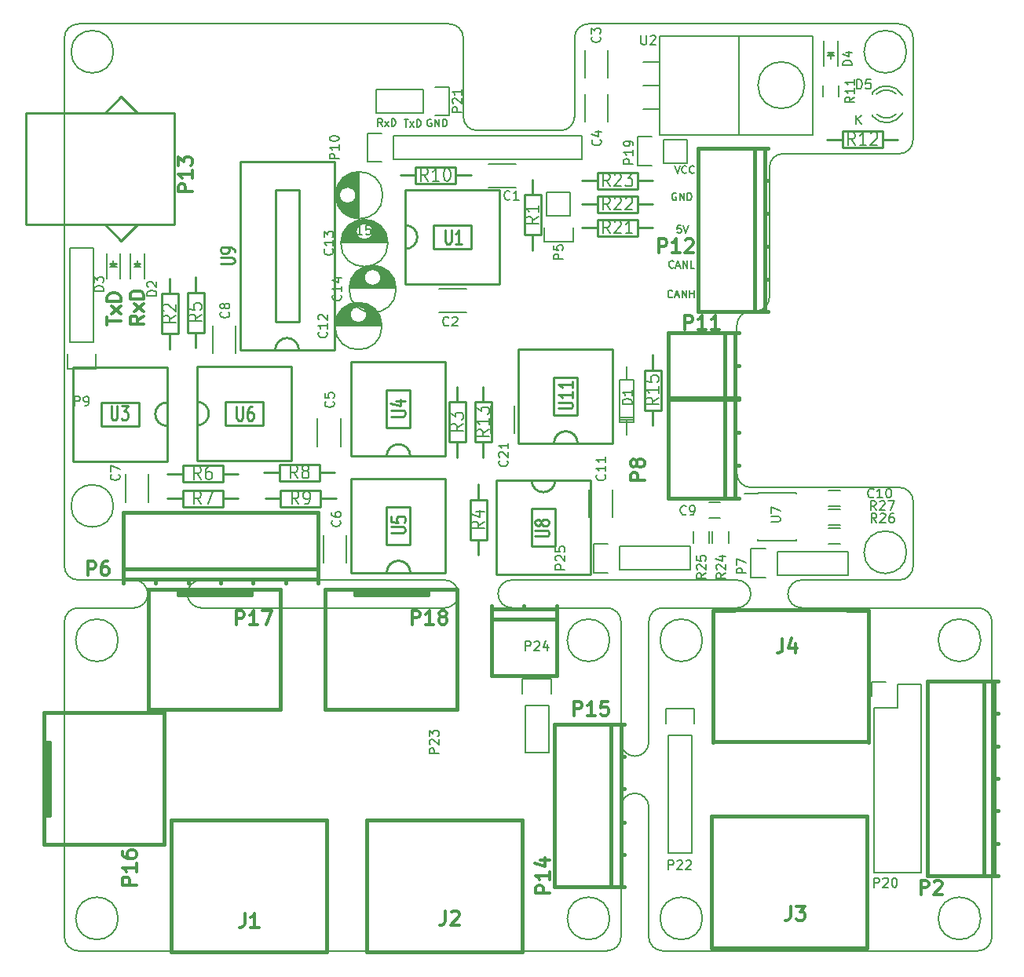
<source format=gto>
G04 #@! TF.FileFunction,Legend,Top*
%FSLAX46Y46*%
G04 Gerber Fmt 4.6, Leading zero omitted, Abs format (unit mm)*
G04 Created by KiCad (PCBNEW 4.0.2-4+6225~38~ubuntu14.04.1-stable) date Mon 07 Mar 2016 05:43:57 PM CET*
%MOMM*%
G01*
G04 APERTURE LIST*
%ADD10C,0.100000*%
%ADD11C,0.300000*%
%ADD12C,0.200000*%
%ADD13C,0.150000*%
%ADD14C,0.254000*%
%ADD15C,0.381000*%
%ADD16C,0.304800*%
%ADD17C,0.203200*%
%ADD18C,0.285750*%
%ADD19C,0.287020*%
G04 APERTURE END LIST*
D10*
D11*
X108565071Y-71504857D02*
X107850786Y-72004857D01*
X108565071Y-72362000D02*
X107065071Y-72362000D01*
X107065071Y-71790572D01*
X107136500Y-71647714D01*
X107207929Y-71576286D01*
X107350786Y-71504857D01*
X107565071Y-71504857D01*
X107707929Y-71576286D01*
X107779357Y-71647714D01*
X107850786Y-71790572D01*
X107850786Y-72362000D01*
X108565071Y-71004857D02*
X107565071Y-70219143D01*
X107565071Y-71004857D02*
X108565071Y-70219143D01*
X108565071Y-69647714D02*
X107065071Y-69647714D01*
X107065071Y-69290571D01*
X107136500Y-69076286D01*
X107279357Y-68933428D01*
X107422214Y-68862000D01*
X107707929Y-68790571D01*
X107922214Y-68790571D01*
X108207929Y-68862000D01*
X108350786Y-68933428D01*
X108493643Y-69076286D01*
X108565071Y-69290571D01*
X108565071Y-69647714D01*
X104588571Y-72461214D02*
X104588571Y-71604071D01*
X106088571Y-72032642D02*
X104588571Y-72032642D01*
X106088571Y-71246928D02*
X105088571Y-70461214D01*
X105088571Y-71246928D02*
X106088571Y-70461214D01*
X106088571Y-69889785D02*
X104588571Y-69889785D01*
X104588571Y-69532642D01*
X104660000Y-69318357D01*
X104802857Y-69175499D01*
X104945714Y-69104071D01*
X105231429Y-69032642D01*
X105445714Y-69032642D01*
X105731429Y-69104071D01*
X105874286Y-69175499D01*
X106017143Y-69318357D01*
X106088571Y-69532642D01*
X106088571Y-69889785D01*
D12*
X165811333Y-55314905D02*
X166078000Y-56114905D01*
X166344667Y-55314905D01*
X167068476Y-56038714D02*
X167030381Y-56076810D01*
X166916095Y-56114905D01*
X166839905Y-56114905D01*
X166725619Y-56076810D01*
X166649428Y-56000619D01*
X166611333Y-55924429D01*
X166573238Y-55772048D01*
X166573238Y-55657762D01*
X166611333Y-55505381D01*
X166649428Y-55429190D01*
X166725619Y-55353000D01*
X166839905Y-55314905D01*
X166916095Y-55314905D01*
X167030381Y-55353000D01*
X167068476Y-55391095D01*
X167868476Y-56038714D02*
X167830381Y-56076810D01*
X167716095Y-56114905D01*
X167639905Y-56114905D01*
X167525619Y-56076810D01*
X167449428Y-56000619D01*
X167411333Y-55924429D01*
X167373238Y-55772048D01*
X167373238Y-55657762D01*
X167411333Y-55505381D01*
X167449428Y-55429190D01*
X167525619Y-55353000D01*
X167639905Y-55314905D01*
X167716095Y-55314905D01*
X167830381Y-55353000D01*
X167868476Y-55391095D01*
X165950977Y-58274000D02*
X165874786Y-58235905D01*
X165760501Y-58235905D01*
X165646215Y-58274000D01*
X165570024Y-58350190D01*
X165531929Y-58426381D01*
X165493834Y-58578762D01*
X165493834Y-58693048D01*
X165531929Y-58845429D01*
X165570024Y-58921619D01*
X165646215Y-58997810D01*
X165760501Y-59035905D01*
X165836691Y-59035905D01*
X165950977Y-58997810D01*
X165989072Y-58959714D01*
X165989072Y-58693048D01*
X165836691Y-58693048D01*
X166331929Y-59035905D02*
X166331929Y-58235905D01*
X166789072Y-59035905D01*
X166789072Y-58235905D01*
X167170024Y-59035905D02*
X167170024Y-58235905D01*
X167360500Y-58235905D01*
X167474786Y-58274000D01*
X167550977Y-58350190D01*
X167589072Y-58426381D01*
X167627167Y-58578762D01*
X167627167Y-58693048D01*
X167589072Y-58845429D01*
X167550977Y-58921619D01*
X167474786Y-58997810D01*
X167360500Y-59035905D01*
X167170024Y-59035905D01*
X166471620Y-61728405D02*
X166090667Y-61728405D01*
X166052572Y-62109357D01*
X166090667Y-62071262D01*
X166166858Y-62033167D01*
X166357334Y-62033167D01*
X166433524Y-62071262D01*
X166471620Y-62109357D01*
X166509715Y-62185548D01*
X166509715Y-62376024D01*
X166471620Y-62452214D01*
X166433524Y-62490310D01*
X166357334Y-62528405D01*
X166166858Y-62528405D01*
X166090667Y-62490310D01*
X166052572Y-62452214D01*
X166738286Y-61728405D02*
X167004953Y-62528405D01*
X167271620Y-61728405D01*
X165563667Y-69437214D02*
X165525572Y-69475310D01*
X165411286Y-69513405D01*
X165335096Y-69513405D01*
X165220810Y-69475310D01*
X165144619Y-69399119D01*
X165106524Y-69322929D01*
X165068429Y-69170548D01*
X165068429Y-69056262D01*
X165106524Y-68903881D01*
X165144619Y-68827690D01*
X165220810Y-68751500D01*
X165335096Y-68713405D01*
X165411286Y-68713405D01*
X165525572Y-68751500D01*
X165563667Y-68789595D01*
X165868429Y-69284833D02*
X166249381Y-69284833D01*
X165792238Y-69513405D02*
X166058905Y-68713405D01*
X166325572Y-69513405D01*
X166592238Y-69513405D02*
X166592238Y-68713405D01*
X167049381Y-69513405D01*
X167049381Y-68713405D01*
X167430333Y-69513405D02*
X167430333Y-68713405D01*
X167430333Y-69094357D02*
X167887476Y-69094357D01*
X167887476Y-69513405D02*
X167887476Y-68713405D01*
X165658905Y-66262214D02*
X165620810Y-66300310D01*
X165506524Y-66338405D01*
X165430334Y-66338405D01*
X165316048Y-66300310D01*
X165239857Y-66224119D01*
X165201762Y-66147929D01*
X165163667Y-65995548D01*
X165163667Y-65881262D01*
X165201762Y-65728881D01*
X165239857Y-65652690D01*
X165316048Y-65576500D01*
X165430334Y-65538405D01*
X165506524Y-65538405D01*
X165620810Y-65576500D01*
X165658905Y-65614595D01*
X165963667Y-66109833D02*
X166344619Y-66109833D01*
X165887476Y-66338405D02*
X166154143Y-65538405D01*
X166420810Y-66338405D01*
X166687476Y-66338405D02*
X166687476Y-65538405D01*
X167144619Y-66338405D01*
X167144619Y-65538405D01*
X167906524Y-66338405D02*
X167525571Y-66338405D01*
X167525571Y-65538405D01*
X139547677Y-50298400D02*
X139471486Y-50260305D01*
X139357201Y-50260305D01*
X139242915Y-50298400D01*
X139166724Y-50374590D01*
X139128629Y-50450781D01*
X139090534Y-50603162D01*
X139090534Y-50717448D01*
X139128629Y-50869829D01*
X139166724Y-50946019D01*
X139242915Y-51022210D01*
X139357201Y-51060305D01*
X139433391Y-51060305D01*
X139547677Y-51022210D01*
X139585772Y-50984114D01*
X139585772Y-50717448D01*
X139433391Y-50717448D01*
X139928629Y-51060305D02*
X139928629Y-50260305D01*
X140385772Y-51060305D01*
X140385772Y-50260305D01*
X140766724Y-51060305D02*
X140766724Y-50260305D01*
X140957200Y-50260305D01*
X141071486Y-50298400D01*
X141147677Y-50374590D01*
X141185772Y-50450781D01*
X141223867Y-50603162D01*
X141223867Y-50717448D01*
X141185772Y-50869829D01*
X141147677Y-50946019D01*
X141071486Y-51022210D01*
X140957200Y-51060305D01*
X140766724Y-51060305D01*
X134270810Y-51034905D02*
X134004143Y-50653952D01*
X133813667Y-51034905D02*
X133813667Y-50234905D01*
X134118429Y-50234905D01*
X134194620Y-50273000D01*
X134232715Y-50311095D01*
X134270810Y-50387286D01*
X134270810Y-50501571D01*
X134232715Y-50577762D01*
X134194620Y-50615857D01*
X134118429Y-50653952D01*
X133813667Y-50653952D01*
X134537477Y-51034905D02*
X134956524Y-50501571D01*
X134537477Y-50501571D02*
X134956524Y-51034905D01*
X135261286Y-51034905D02*
X135261286Y-50234905D01*
X135451762Y-50234905D01*
X135566048Y-50273000D01*
X135642239Y-50349190D01*
X135680334Y-50425381D01*
X135718429Y-50577762D01*
X135718429Y-50692048D01*
X135680334Y-50844429D01*
X135642239Y-50920619D01*
X135566048Y-50996810D01*
X135451762Y-51034905D01*
X135261286Y-51034905D01*
X136614019Y-50311105D02*
X137071162Y-50311105D01*
X136842591Y-51111105D02*
X136842591Y-50311105D01*
X137261639Y-51111105D02*
X137680686Y-50577771D01*
X137261639Y-50577771D02*
X137680686Y-51111105D01*
X137985448Y-51111105D02*
X137985448Y-50311105D01*
X138175924Y-50311105D01*
X138290210Y-50349200D01*
X138366401Y-50425390D01*
X138404496Y-50501581D01*
X138442591Y-50653962D01*
X138442591Y-50768248D01*
X138404496Y-50920629D01*
X138366401Y-50996819D01*
X138290210Y-51073010D01*
X138175924Y-51111105D01*
X137985448Y-51111105D01*
D13*
X148250000Y-100000000D02*
X172500000Y-100000000D01*
X141000000Y-100000000D02*
X114750000Y-100000000D01*
X114750000Y-103000000D02*
X141000000Y-103000000D01*
X142500000Y-101500000D02*
G75*
G03X141000000Y-100000000I-1500000J0D01*
G01*
X141000000Y-103000000D02*
G75*
G03X142500000Y-101500000I0J1500000D01*
G01*
X101500000Y-100000000D02*
X107500000Y-100000000D01*
X101500000Y-103000000D02*
X107500000Y-103000000D01*
X148250000Y-100000000D02*
G75*
G03X146750000Y-101500000I0J-1500000D01*
G01*
X148250000Y-103000000D02*
X158500000Y-103000000D01*
X146750000Y-101500000D02*
G75*
G03X148250000Y-103000000I1500000J0D01*
G01*
X174000000Y-90000000D02*
X190000000Y-90000000D01*
X177500000Y-54000000D02*
X190000000Y-54000000D01*
X176000000Y-55500000D02*
X176000000Y-69500000D01*
X172500000Y-88500000D02*
X172500000Y-72500000D01*
X174000000Y-71000000D02*
X174500000Y-71000000D01*
X174500000Y-71000000D02*
G75*
G03X176000000Y-69500000I0J1500000D01*
G01*
X174000000Y-71000000D02*
G75*
G03X172500000Y-72500000I0J-1500000D01*
G01*
X161500000Y-119000000D02*
G75*
G03X163000000Y-117500000I0J1500000D01*
G01*
X163000000Y-124500000D02*
G75*
G03X161500000Y-123000000I-1500000J0D01*
G01*
X163000000Y-124500000D02*
X163000000Y-138500000D01*
X163000000Y-104500000D02*
X163000000Y-117500000D01*
X160000000Y-124500000D02*
X160000000Y-138500000D01*
X160000000Y-104500000D02*
X160000000Y-117500000D01*
X161500000Y-123000000D02*
G75*
G03X160000000Y-124500000I0J-1500000D01*
G01*
X160000000Y-117500000D02*
G75*
G03X161500000Y-119000000I1500000J0D01*
G01*
X164500000Y-103000000D02*
X172500000Y-103000000D01*
X164500000Y-140000000D02*
X198500000Y-140000000D01*
X163000000Y-138500000D02*
G75*
G03X164500000Y-140000000I1500000J0D01*
G01*
X158500000Y-140000000D02*
G75*
G03X160000000Y-138500000I0J1500000D01*
G01*
X164500000Y-103000000D02*
G75*
G03X163000000Y-104500000I0J-1500000D01*
G01*
X160000000Y-104500000D02*
G75*
G03X158500000Y-103000000I-1500000J0D01*
G01*
X113250000Y-101500000D02*
G75*
G03X114750000Y-103000000I1500000J0D01*
G01*
X114750000Y-100000000D02*
G75*
G03X113250000Y-101500000I0J-1500000D01*
G01*
X174000000Y-101500000D02*
G75*
G03X172500000Y-100000000I-1500000J0D01*
G01*
X172500000Y-103000000D02*
G75*
G03X174000000Y-101500000I0J1500000D01*
G01*
X178000000Y-101500000D02*
G75*
G03X179500000Y-103000000I1500000J0D01*
G01*
X179500000Y-100000000D02*
G75*
G03X178000000Y-101500000I0J-1500000D01*
G01*
X190000000Y-100000000D02*
X179500000Y-100000000D01*
X198500000Y-103000000D02*
X179500000Y-103000000D01*
X107500000Y-103000000D02*
G75*
G03X109000000Y-101500000I0J1500000D01*
G01*
X109000000Y-101500000D02*
G75*
G03X107500000Y-100000000I-1500000J0D01*
G01*
X198500000Y-140000000D02*
G75*
G03X200000000Y-138500000I0J1500000D01*
G01*
X200000000Y-104500000D02*
G75*
G03X198500000Y-103000000I-1500000J0D01*
G01*
X101500000Y-103000000D02*
G75*
G03X100000000Y-104500000I0J-1500000D01*
G01*
X100000000Y-138500000D02*
G75*
G03X101500000Y-140000000I1500000J0D01*
G01*
X100000000Y-104500000D02*
X100000000Y-138500000D01*
X200000000Y-104500000D02*
X200000000Y-138500000D01*
X101500000Y-140000000D02*
X158500000Y-140000000D01*
X191500000Y-91500000D02*
G75*
G03X190000000Y-90000000I-1500000J0D01*
G01*
X172500000Y-88500000D02*
G75*
G03X174000000Y-90000000I1500000J0D01*
G01*
X177500000Y-54000000D02*
G75*
G03X176000000Y-55500000I0J-1500000D01*
G01*
X190000000Y-54000000D02*
G75*
G03X191500000Y-52500000I0J1500000D01*
G01*
X191500000Y-41500000D02*
X191500000Y-52500000D01*
X143000000Y-41500000D02*
G75*
G03X141500000Y-40000000I-1500000J0D01*
G01*
X156500000Y-40000000D02*
G75*
G03X155000000Y-41500000I0J-1500000D01*
G01*
X153500000Y-51500000D02*
G75*
G03X155000000Y-50000000I0J1500000D01*
G01*
X143000000Y-50000000D02*
G75*
G03X144500000Y-51500000I1500000J0D01*
G01*
X144500000Y-51500000D02*
X153500000Y-51500000D01*
X143000000Y-41500000D02*
X143000000Y-50000000D01*
X155000000Y-41500000D02*
X155000000Y-50000000D01*
X190000000Y-40000000D02*
X156500000Y-40000000D01*
X100000000Y-41500000D02*
X100000000Y-98500000D01*
X191500000Y-91500000D02*
X191500000Y-98500000D01*
X191500000Y-41500000D02*
G75*
G03X190000000Y-40000000I-1500000J0D01*
G01*
X190000000Y-100000000D02*
G75*
G03X191500000Y-98500000I0J1500000D01*
G01*
X100000000Y-98500000D02*
G75*
G03X101500000Y-100000000I1500000J0D01*
G01*
X101500000Y-40000000D02*
G75*
G03X100000000Y-41500000I0J-1500000D01*
G01*
X101500000Y-40000000D02*
X141500000Y-40000000D01*
D14*
X107873800Y-61620400D02*
X106121200Y-63373000D01*
X106121200Y-63373000D02*
X104368600Y-61620400D01*
X107873800Y-49580800D02*
X106121200Y-47828200D01*
X106121200Y-47828200D02*
X104368600Y-49580800D01*
X106121200Y-49580800D02*
X95808800Y-49580800D01*
X95808800Y-49580800D02*
X95808800Y-61620400D01*
X95808800Y-61620400D02*
X106121200Y-61620400D01*
X106121200Y-61620400D02*
X111836200Y-61620400D01*
X111836200Y-61620400D02*
X111836200Y-49580800D01*
X111836200Y-49580800D02*
X106121200Y-49580800D01*
X161798000Y-56896000D02*
X163449000Y-56896000D01*
X157480000Y-56896000D02*
X155829000Y-56896000D01*
X157480000Y-56007000D02*
X157480000Y-57785000D01*
X157480000Y-57785000D02*
X161798000Y-57785000D01*
X161798000Y-57785000D02*
X161798000Y-56007000D01*
X161798000Y-56007000D02*
X157480000Y-56007000D01*
D15*
X139192000Y-101600000D02*
X139192000Y-101092000D01*
X131318000Y-101600000D02*
X131318000Y-101092000D01*
X139192000Y-101600000D02*
X131318000Y-101600000D01*
X139192000Y-101346000D02*
X131318000Y-101346000D01*
X131318000Y-101092000D02*
X139192000Y-101092000D01*
X128143000Y-100965000D02*
X128143000Y-113919000D01*
X128143000Y-113919000D02*
X142367000Y-113919000D01*
X142367000Y-113919000D02*
X142367000Y-100965000D01*
X142367000Y-100965000D02*
X128143000Y-100965000D01*
X111518000Y-125878000D02*
X111518000Y-140102000D01*
X111518000Y-140102000D02*
X113804000Y-140102000D01*
X128282000Y-125878000D02*
X128282000Y-140102000D01*
X128282000Y-140102000D02*
X125996000Y-140102000D01*
X111645000Y-125905000D02*
X128155000Y-125905000D01*
X113804000Y-140129000D02*
X125996000Y-140129000D01*
D13*
X131707500Y-60982500D02*
X131707500Y-55984500D01*
X131567500Y-60974500D02*
X131567500Y-55992500D01*
X131427500Y-60958500D02*
X131427500Y-58578500D01*
X131427500Y-58388500D02*
X131427500Y-56008500D01*
X131287500Y-60934500D02*
X131287500Y-58973500D01*
X131287500Y-57993500D02*
X131287500Y-56032500D01*
X131147500Y-60901500D02*
X131147500Y-59140500D01*
X131147500Y-57826500D02*
X131147500Y-56065500D01*
X131007500Y-60860500D02*
X131007500Y-59247500D01*
X131007500Y-57719500D02*
X131007500Y-56106500D01*
X130867500Y-60810500D02*
X130867500Y-59318500D01*
X130867500Y-57648500D02*
X130867500Y-56156500D01*
X130727500Y-60749500D02*
X130727500Y-59362500D01*
X130727500Y-57604500D02*
X130727500Y-56217500D01*
X130587500Y-60679500D02*
X130587500Y-59381500D01*
X130587500Y-57585500D02*
X130587500Y-56287500D01*
X130447500Y-60597500D02*
X130447500Y-59379500D01*
X130447500Y-57587500D02*
X130447500Y-56369500D01*
X130307500Y-60502500D02*
X130307500Y-59354500D01*
X130307500Y-57612500D02*
X130307500Y-56464500D01*
X130167500Y-60391500D02*
X130167500Y-59306500D01*
X130167500Y-57660500D02*
X130167500Y-56575500D01*
X130027500Y-60263500D02*
X130027500Y-59228500D01*
X130027500Y-57738500D02*
X130027500Y-56703500D01*
X129887500Y-60114500D02*
X129887500Y-59111500D01*
X129887500Y-57855500D02*
X129887500Y-56852500D01*
X129747500Y-59935500D02*
X129747500Y-58923500D01*
X129747500Y-58043500D02*
X129747500Y-57031500D01*
X129607500Y-59716500D02*
X129607500Y-57250500D01*
X129467500Y-59427500D02*
X129467500Y-57539500D01*
X129327500Y-58955500D02*
X129327500Y-58011500D01*
X131432500Y-58483500D02*
G75*
G03X131432500Y-58483500I-900000J0D01*
G01*
X134320000Y-58483500D02*
G75*
G03X134320000Y-58483500I-2537500J0D01*
G01*
X129835000Y-63572000D02*
X134833000Y-63572000D01*
X129843000Y-63432000D02*
X134825000Y-63432000D01*
X129859000Y-63292000D02*
X132239000Y-63292000D01*
X132429000Y-63292000D02*
X134809000Y-63292000D01*
X129883000Y-63152000D02*
X131844000Y-63152000D01*
X132824000Y-63152000D02*
X134785000Y-63152000D01*
X129916000Y-63012000D02*
X131677000Y-63012000D01*
X132991000Y-63012000D02*
X134752000Y-63012000D01*
X129957000Y-62872000D02*
X131570000Y-62872000D01*
X133098000Y-62872000D02*
X134711000Y-62872000D01*
X130007000Y-62732000D02*
X131499000Y-62732000D01*
X133169000Y-62732000D02*
X134661000Y-62732000D01*
X130068000Y-62592000D02*
X131455000Y-62592000D01*
X133213000Y-62592000D02*
X134600000Y-62592000D01*
X130138000Y-62452000D02*
X131436000Y-62452000D01*
X133232000Y-62452000D02*
X134530000Y-62452000D01*
X130220000Y-62312000D02*
X131438000Y-62312000D01*
X133230000Y-62312000D02*
X134448000Y-62312000D01*
X130315000Y-62172000D02*
X131463000Y-62172000D01*
X133205000Y-62172000D02*
X134353000Y-62172000D01*
X130426000Y-62032000D02*
X131511000Y-62032000D01*
X133157000Y-62032000D02*
X134242000Y-62032000D01*
X130554000Y-61892000D02*
X131589000Y-61892000D01*
X133079000Y-61892000D02*
X134114000Y-61892000D01*
X130703000Y-61752000D02*
X131706000Y-61752000D01*
X132962000Y-61752000D02*
X133965000Y-61752000D01*
X130882000Y-61612000D02*
X131894000Y-61612000D01*
X132774000Y-61612000D02*
X133786000Y-61612000D01*
X131101000Y-61472000D02*
X133567000Y-61472000D01*
X131390000Y-61332000D02*
X133278000Y-61332000D01*
X131862000Y-61192000D02*
X132806000Y-61192000D01*
X133234000Y-62397000D02*
G75*
G03X133234000Y-62397000I-900000J0D01*
G01*
X134871500Y-63647000D02*
G75*
G03X134871500Y-63647000I-2537500J0D01*
G01*
X130724000Y-68525000D02*
X135722000Y-68525000D01*
X130732000Y-68385000D02*
X135714000Y-68385000D01*
X130748000Y-68245000D02*
X133128000Y-68245000D01*
X133318000Y-68245000D02*
X135698000Y-68245000D01*
X130772000Y-68105000D02*
X132733000Y-68105000D01*
X133713000Y-68105000D02*
X135674000Y-68105000D01*
X130805000Y-67965000D02*
X132566000Y-67965000D01*
X133880000Y-67965000D02*
X135641000Y-67965000D01*
X130846000Y-67825000D02*
X132459000Y-67825000D01*
X133987000Y-67825000D02*
X135600000Y-67825000D01*
X130896000Y-67685000D02*
X132388000Y-67685000D01*
X134058000Y-67685000D02*
X135550000Y-67685000D01*
X130957000Y-67545000D02*
X132344000Y-67545000D01*
X134102000Y-67545000D02*
X135489000Y-67545000D01*
X131027000Y-67405000D02*
X132325000Y-67405000D01*
X134121000Y-67405000D02*
X135419000Y-67405000D01*
X131109000Y-67265000D02*
X132327000Y-67265000D01*
X134119000Y-67265000D02*
X135337000Y-67265000D01*
X131204000Y-67125000D02*
X132352000Y-67125000D01*
X134094000Y-67125000D02*
X135242000Y-67125000D01*
X131315000Y-66985000D02*
X132400000Y-66985000D01*
X134046000Y-66985000D02*
X135131000Y-66985000D01*
X131443000Y-66845000D02*
X132478000Y-66845000D01*
X133968000Y-66845000D02*
X135003000Y-66845000D01*
X131592000Y-66705000D02*
X132595000Y-66705000D01*
X133851000Y-66705000D02*
X134854000Y-66705000D01*
X131771000Y-66565000D02*
X132783000Y-66565000D01*
X133663000Y-66565000D02*
X134675000Y-66565000D01*
X131990000Y-66425000D02*
X134456000Y-66425000D01*
X132279000Y-66285000D02*
X134167000Y-66285000D01*
X132751000Y-66145000D02*
X133695000Y-66145000D01*
X134123000Y-67350000D02*
G75*
G03X134123000Y-67350000I-900000J0D01*
G01*
X135760500Y-68600000D02*
G75*
G03X135760500Y-68600000I-2537500J0D01*
G01*
X160652460Y-78358480D02*
X160652460Y-76961480D01*
X160652460Y-82803480D02*
X160652460Y-84327480D01*
X159890460Y-82422480D02*
X161414460Y-82422480D01*
X159890460Y-82676480D02*
X161414460Y-82676480D01*
X160652460Y-82930480D02*
X161414460Y-82930480D01*
X161414460Y-82930480D02*
X161414460Y-78358480D01*
X161414460Y-78358480D02*
X159890460Y-78358480D01*
X159890460Y-78358480D02*
X159890460Y-82930480D01*
X159890460Y-82930480D02*
X160652460Y-82930480D01*
X198786000Y-136500000D02*
G75*
G03X198786000Y-136500000I-2286000J0D01*
G01*
X198786000Y-106500000D02*
G75*
G03X198786000Y-106500000I-2286000J0D01*
G01*
X168786000Y-106500000D02*
G75*
G03X168786000Y-106500000I-2286000J0D01*
G01*
X168786000Y-136500000D02*
G75*
G03X168786000Y-136500000I-2286000J0D01*
G01*
X158786000Y-136500000D02*
G75*
G03X158786000Y-136500000I-2286000J0D01*
G01*
X158786000Y-106500000D02*
G75*
G03X158786000Y-106500000I-2286000J0D01*
G01*
X105786000Y-106500000D02*
G75*
G03X105786000Y-106500000I-2286000J0D01*
G01*
X105786000Y-136500000D02*
G75*
G03X105786000Y-136500000I-2286000J0D01*
G01*
X105286000Y-92000000D02*
G75*
G03X105286000Y-92000000I-2286000J0D01*
G01*
X145713000Y-55138000D02*
X148713000Y-55138000D01*
X148713000Y-57638000D02*
X145713000Y-57638000D01*
X143379000Y-71100000D02*
X140379000Y-71100000D01*
X140379000Y-68600000D02*
X143379000Y-68600000D01*
X152019000Y-60706000D02*
X152019000Y-58166000D01*
X151739000Y-63526000D02*
X151739000Y-61976000D01*
X152019000Y-60706000D02*
X154559000Y-60706000D01*
X154839000Y-61976000D02*
X154839000Y-63526000D01*
X154839000Y-63526000D02*
X151739000Y-63526000D01*
X154559000Y-60706000D02*
X154559000Y-58166000D01*
X154559000Y-58166000D02*
X152019000Y-58166000D01*
X190786000Y-43000000D02*
G75*
G03X190786000Y-43000000I-2286000J0D01*
G01*
X190786000Y-97000000D02*
G75*
G03X190786000Y-97000000I-2286000J0D01*
G01*
X105286000Y-43000000D02*
G75*
G03X105286000Y-43000000I-2286000J0D01*
G01*
X158603000Y-42803000D02*
X158603000Y-45803000D01*
X156103000Y-45803000D02*
X156103000Y-42803000D01*
X156103000Y-50542000D02*
X156103000Y-47542000D01*
X158603000Y-47542000D02*
X158603000Y-50542000D01*
X129799400Y-82554000D02*
X129799400Y-85554000D01*
X127299400Y-85554000D02*
X127299400Y-82554000D01*
X130409000Y-95127000D02*
X130409000Y-98127000D01*
X127909000Y-98127000D02*
X127909000Y-95127000D01*
X109073000Y-88586500D02*
X109073000Y-91586500D01*
X106573000Y-91586500D02*
X106573000Y-88586500D01*
X115971000Y-75561000D02*
X115971000Y-72561000D01*
X118471000Y-72561000D02*
X118471000Y-75561000D01*
X159085600Y-90224800D02*
X159085600Y-93224800D01*
X156585600Y-93224800D02*
X156585600Y-90224800D01*
X174734400Y-90566800D02*
X174734400Y-90711800D01*
X178884400Y-90566800D02*
X178884400Y-90711800D01*
X178884400Y-95716800D02*
X178884400Y-95571800D01*
X174734400Y-95716800D02*
X174734400Y-95571800D01*
X174734400Y-90566800D02*
X178884400Y-90566800D01*
X174734400Y-95716800D02*
X178884400Y-95716800D01*
X174734400Y-90711800D02*
X173334400Y-90711800D01*
X103404000Y-75628500D02*
X103404000Y-77178500D01*
X103404000Y-77178500D02*
X100304000Y-77178500D01*
X100304000Y-77178500D02*
X100304000Y-75628500D01*
X100584000Y-74358500D02*
X100584000Y-64198500D01*
X100584000Y-64198500D02*
X103124000Y-64198500D01*
X103124000Y-64198500D02*
X103124000Y-74358500D01*
X100584000Y-74358500D02*
X103124000Y-74358500D01*
D14*
X144653000Y-91313000D02*
X144653000Y-89662000D01*
X144653000Y-95631000D02*
X144653000Y-97282000D01*
X143764000Y-95631000D02*
X145542000Y-95631000D01*
X145542000Y-95631000D02*
X145542000Y-91313000D01*
X145542000Y-91313000D02*
X143764000Y-91313000D01*
X143764000Y-91313000D02*
X143764000Y-95631000D01*
X142367000Y-80772000D02*
X142367000Y-79121000D01*
X142367000Y-85090000D02*
X142367000Y-86741000D01*
X141478000Y-85090000D02*
X143256000Y-85090000D01*
X143256000Y-85090000D02*
X143256000Y-80772000D01*
X143256000Y-80772000D02*
X141478000Y-80772000D01*
X141478000Y-80772000D02*
X141478000Y-85090000D01*
X145161000Y-85090000D02*
X145161000Y-86741000D01*
X145161000Y-80772000D02*
X145161000Y-79121000D01*
X146050000Y-80772000D02*
X144272000Y-80772000D01*
X144272000Y-80772000D02*
X144272000Y-85090000D01*
X144272000Y-85090000D02*
X146050000Y-85090000D01*
X146050000Y-85090000D02*
X146050000Y-80772000D01*
X127635000Y-91186000D02*
X129286000Y-91186000D01*
X123317000Y-91186000D02*
X121666000Y-91186000D01*
X123317000Y-90297000D02*
X123317000Y-92075000D01*
X123317000Y-92075000D02*
X127635000Y-92075000D01*
X127635000Y-92075000D02*
X127635000Y-90297000D01*
X127635000Y-90297000D02*
X123317000Y-90297000D01*
X117094000Y-88519000D02*
X118745000Y-88519000D01*
X112776000Y-88519000D02*
X111125000Y-88519000D01*
X112776000Y-87630000D02*
X112776000Y-89408000D01*
X112776000Y-89408000D02*
X117094000Y-89408000D01*
X117094000Y-89408000D02*
X117094000Y-87630000D01*
X117094000Y-87630000D02*
X112776000Y-87630000D01*
X127508000Y-88392000D02*
X129159000Y-88392000D01*
X123190000Y-88392000D02*
X121539000Y-88392000D01*
X123190000Y-87503000D02*
X123190000Y-89281000D01*
X123190000Y-89281000D02*
X127508000Y-89281000D01*
X127508000Y-89281000D02*
X127508000Y-87503000D01*
X127508000Y-87503000D02*
X123190000Y-87503000D01*
X112776000Y-91186000D02*
X111125000Y-91186000D01*
X117094000Y-91186000D02*
X118745000Y-91186000D01*
X117094000Y-92075000D02*
X117094000Y-90297000D01*
X117094000Y-90297000D02*
X112776000Y-90297000D01*
X112776000Y-90297000D02*
X112776000Y-92075000D01*
X112776000Y-92075000D02*
X117094000Y-92075000D01*
X111379000Y-69088000D02*
X111379000Y-67437000D01*
X111379000Y-73406000D02*
X111379000Y-75057000D01*
X110490000Y-73406000D02*
X112268000Y-73406000D01*
X112268000Y-73406000D02*
X112268000Y-69088000D01*
X112268000Y-69088000D02*
X110490000Y-69088000D01*
X110490000Y-69088000D02*
X110490000Y-73406000D01*
X114173000Y-68961000D02*
X114173000Y-67310000D01*
X114173000Y-73279000D02*
X114173000Y-74930000D01*
X113284000Y-73279000D02*
X115062000Y-73279000D01*
X115062000Y-73279000D02*
X115062000Y-68961000D01*
X115062000Y-68961000D02*
X113284000Y-68961000D01*
X113284000Y-68961000D02*
X113284000Y-73279000D01*
X163449000Y-81661000D02*
X163449000Y-83312000D01*
X163449000Y-77343000D02*
X163449000Y-75692000D01*
X164338000Y-77343000D02*
X162560000Y-77343000D01*
X162560000Y-77343000D02*
X162560000Y-81661000D01*
X162560000Y-81661000D02*
X164338000Y-81661000D01*
X164338000Y-81661000D02*
X164338000Y-77343000D01*
D15*
X123840000Y-99920000D02*
X123840000Y-100320000D01*
X120340000Y-99920000D02*
X120340000Y-100320000D01*
X109840000Y-99920000D02*
X109840000Y-100320000D01*
X113340000Y-99920000D02*
X113340000Y-100320000D01*
X116840000Y-99920000D02*
X116840000Y-100320000D01*
X106340000Y-98820000D02*
X127340000Y-98820000D01*
X106340000Y-99920000D02*
X127340000Y-99920000D01*
X106340000Y-92720000D02*
X106340000Y-100320000D01*
X127340000Y-100320000D02*
X127340000Y-92720000D01*
X127340000Y-92720000D02*
X106340000Y-92720000D01*
X149542500Y-103153000D02*
X149542500Y-102753000D01*
X153042500Y-104253000D02*
X146042500Y-104253000D01*
X153042500Y-103153000D02*
X146042500Y-103153000D01*
X153042500Y-110353000D02*
X153042500Y-102753000D01*
X146042500Y-102753000D02*
X146042500Y-110353000D01*
X146042500Y-110353000D02*
X153042500Y-110353000D01*
X175485000Y-56930000D02*
X175885000Y-56930000D01*
X175485000Y-60430000D02*
X175885000Y-60430000D01*
X175485000Y-67530000D02*
X175885000Y-67530000D01*
X175485000Y-64030000D02*
X175885000Y-64030000D01*
X174385000Y-71030000D02*
X174385000Y-53430000D01*
X175485000Y-71030000D02*
X175485000Y-53430000D01*
X168285000Y-71030000D02*
X175885000Y-71030000D01*
X175885000Y-53430000D02*
X168285000Y-53430000D01*
X168285000Y-53430000D02*
X168285000Y-71030000D01*
X159991000Y-119033000D02*
X160391000Y-119033000D01*
X159991000Y-122533000D02*
X160391000Y-122533000D01*
X159991000Y-129633000D02*
X160391000Y-129633000D01*
X159991000Y-126133000D02*
X160391000Y-126133000D01*
X158891000Y-133133000D02*
X158891000Y-115533000D01*
X159991000Y-133133000D02*
X159991000Y-115533000D01*
X152791000Y-133133000D02*
X160391000Y-133133000D01*
X160391000Y-115533000D02*
X152791000Y-115533000D01*
X152791000Y-115533000D02*
X152791000Y-133133000D01*
X98425000Y-117475000D02*
X97917000Y-117475000D01*
X98425000Y-125349000D02*
X97917000Y-125349000D01*
X98425000Y-117475000D02*
X98425000Y-125349000D01*
X98171000Y-117475000D02*
X98171000Y-125349000D01*
X97917000Y-125349000D02*
X97917000Y-117475000D01*
X97790000Y-128524000D02*
X110744000Y-128524000D01*
X110744000Y-128524000D02*
X110744000Y-114300000D01*
X110744000Y-114300000D02*
X97790000Y-114300000D01*
X97790000Y-114300000D02*
X97790000Y-128524000D01*
X120142000Y-101600000D02*
X120142000Y-101092000D01*
X112268000Y-101600000D02*
X112268000Y-101092000D01*
X120142000Y-101600000D02*
X112268000Y-101600000D01*
X120142000Y-101346000D02*
X112268000Y-101346000D01*
X112268000Y-101092000D02*
X120142000Y-101092000D01*
X109093000Y-100965000D02*
X109093000Y-113919000D01*
X109093000Y-113919000D02*
X123317000Y-113919000D01*
X123317000Y-113919000D02*
X123317000Y-100965000D01*
X123317000Y-100965000D02*
X109093000Y-100965000D01*
D13*
X164592000Y-52451000D02*
X167132000Y-52451000D01*
X161772000Y-52171000D02*
X163322000Y-52171000D01*
X164592000Y-52451000D02*
X164592000Y-54991000D01*
X163322000Y-55271000D02*
X161772000Y-55271000D01*
X161772000Y-55271000D02*
X161772000Y-52171000D01*
X164592000Y-54991000D02*
X167132000Y-54991000D01*
X167132000Y-54991000D02*
X167132000Y-52451000D01*
D14*
X150495000Y-58420000D02*
X150495000Y-56769000D01*
X150495000Y-62738000D02*
X150495000Y-64389000D01*
X149606000Y-62738000D02*
X151384000Y-62738000D01*
X151384000Y-62738000D02*
X151384000Y-58420000D01*
X151384000Y-58420000D02*
X149606000Y-58420000D01*
X149606000Y-58420000D02*
X149606000Y-62738000D01*
X161798000Y-61976000D02*
X163449000Y-61976000D01*
X157480000Y-61976000D02*
X155829000Y-61976000D01*
X157480000Y-61087000D02*
X157480000Y-62865000D01*
X157480000Y-62865000D02*
X161798000Y-62865000D01*
X161798000Y-62865000D02*
X161798000Y-61087000D01*
X161798000Y-61087000D02*
X157480000Y-61087000D01*
X161798000Y-59436000D02*
X163449000Y-59436000D01*
X157480000Y-59436000D02*
X155829000Y-59436000D01*
X157480000Y-58547000D02*
X157480000Y-60325000D01*
X157480000Y-60325000D02*
X161798000Y-60325000D01*
X161798000Y-60325000D02*
X161798000Y-58547000D01*
X161798000Y-58547000D02*
X157480000Y-58547000D01*
D15*
X200250000Y-114412000D02*
X200650000Y-114412000D01*
X200250000Y-117912000D02*
X200650000Y-117912000D01*
X200250000Y-128412000D02*
X200650000Y-128412000D01*
X200250000Y-124912000D02*
X200650000Y-124912000D01*
X200250000Y-121412000D02*
X200650000Y-121412000D01*
X199150000Y-131912000D02*
X199150000Y-110912000D01*
X200250000Y-131912000D02*
X200250000Y-110912000D01*
X193050000Y-131912000D02*
X200650000Y-131912000D01*
X200650000Y-110912000D02*
X193050000Y-110912000D01*
X193050000Y-110912000D02*
X193050000Y-131912000D01*
D13*
X138665800Y-47056200D02*
X133585800Y-47056200D01*
X133585800Y-47056200D02*
X133585800Y-49596200D01*
X133585800Y-49596200D02*
X138665800Y-49596200D01*
X141485800Y-49876200D02*
X139935800Y-49876200D01*
X138665800Y-49596200D02*
X138665800Y-47056200D01*
X139935800Y-46776200D02*
X141485800Y-46776200D01*
X141485800Y-46776200D02*
X141485800Y-49876200D01*
D15*
X186690000Y-117475000D02*
X186690000Y-103251000D01*
X186690000Y-103251000D02*
X184404000Y-103251000D01*
X169926000Y-117475000D02*
X169926000Y-103251000D01*
X169926000Y-103251000D02*
X172212000Y-103251000D01*
X186563000Y-117448000D02*
X170053000Y-117448000D01*
X184404000Y-103224000D02*
X172212000Y-103224000D01*
X169799000Y-125476000D02*
X169799000Y-139700000D01*
X169799000Y-139700000D02*
X172085000Y-139700000D01*
X186563000Y-125476000D02*
X186563000Y-139700000D01*
X186563000Y-139700000D02*
X184277000Y-139700000D01*
X169926000Y-125503000D02*
X186436000Y-125503000D01*
X172085000Y-139727000D02*
X184277000Y-139727000D01*
X132618000Y-125878000D02*
X132618000Y-140102000D01*
X132618000Y-140102000D02*
X134904000Y-140102000D01*
X149382000Y-125878000D02*
X149382000Y-140102000D01*
X149382000Y-140102000D02*
X147096000Y-140102000D01*
X132745000Y-125905000D02*
X149255000Y-125905000D01*
X134904000Y-140129000D02*
X147096000Y-140129000D01*
D13*
X192405000Y-131572000D02*
X192405000Y-111252000D01*
X187325000Y-113792000D02*
X187325000Y-131572000D01*
X192405000Y-131572000D02*
X187325000Y-131572000D01*
X192405000Y-111252000D02*
X189865000Y-111252000D01*
X188595000Y-110972000D02*
X187045000Y-110972000D01*
X189865000Y-111252000D02*
X189865000Y-113792000D01*
X189865000Y-113792000D02*
X187325000Y-113792000D01*
X187045000Y-110972000D02*
X187045000Y-112522000D01*
X167640000Y-116713000D02*
X167640000Y-129413000D01*
X167640000Y-129413000D02*
X165100000Y-129413000D01*
X165100000Y-129413000D02*
X165100000Y-116713000D01*
X167920000Y-113893000D02*
X167920000Y-115443000D01*
X167640000Y-116713000D02*
X165100000Y-116713000D01*
X164820000Y-115443000D02*
X164820000Y-113893000D01*
X164820000Y-113893000D02*
X167920000Y-113893000D01*
X179806472Y-46609000D02*
G75*
G03X179806472Y-46609000I-2514472J0D01*
G01*
X164211000Y-44069000D02*
X162433000Y-44069000D01*
X164211000Y-46609000D02*
X162433000Y-46609000D01*
X164211000Y-49149000D02*
X162433000Y-49149000D01*
X172720000Y-51943000D02*
X180721000Y-51943000D01*
X180721000Y-51943000D02*
X180721000Y-41275000D01*
X180721000Y-41275000D02*
X172720000Y-41275000D01*
X164211000Y-51943000D02*
X172720000Y-51943000D01*
X172720000Y-51943000D02*
X172720000Y-41275000D01*
X172720000Y-41275000D02*
X164211000Y-41275000D01*
X164211000Y-46609000D02*
X164211000Y-41275000D01*
X164211000Y-46609000D02*
X164211000Y-51943000D01*
X176847500Y-99441000D02*
X184467500Y-99441000D01*
X176847500Y-96901000D02*
X184467500Y-96901000D01*
X174027500Y-96621000D02*
X175577500Y-96621000D01*
X184467500Y-99441000D02*
X184467500Y-96901000D01*
X176847500Y-96901000D02*
X176847500Y-99441000D01*
X175577500Y-99721000D02*
X174027500Y-99721000D01*
X174027500Y-99721000D02*
X174027500Y-96621000D01*
D15*
X172310000Y-87652000D02*
X172710000Y-87652000D01*
X172310000Y-84052000D02*
X172710000Y-84052000D01*
X171210000Y-91152000D02*
X171210000Y-80552000D01*
X172310000Y-91152000D02*
X172310000Y-80552000D01*
X165110000Y-91152000D02*
X172710000Y-91152000D01*
X172710000Y-80552000D02*
X165110000Y-80552000D01*
X165110000Y-80552000D02*
X165110000Y-91152000D01*
X172310000Y-76835000D02*
X172710000Y-76835000D01*
X171210000Y-80335000D02*
X171210000Y-73335000D01*
X172310000Y-80335000D02*
X172310000Y-73335000D01*
X165110000Y-80335000D02*
X172710000Y-80335000D01*
X172710000Y-73335000D02*
X165110000Y-73335000D01*
X165110000Y-73335000D02*
X165110000Y-80335000D01*
D13*
X146006500Y-84197000D02*
X146006500Y-81197000D01*
X148506500Y-81197000D02*
X148506500Y-84197000D01*
X135509000Y-52070000D02*
X155829000Y-52070000D01*
X155829000Y-52070000D02*
X155829000Y-54610000D01*
X155829000Y-54610000D02*
X135509000Y-54610000D01*
X132689000Y-51790000D02*
X134239000Y-51790000D01*
X135509000Y-52070000D02*
X135509000Y-54610000D01*
X134239000Y-54890000D02*
X132689000Y-54890000D01*
X132689000Y-54890000D02*
X132689000Y-51790000D01*
D14*
X137858500Y-56324500D02*
X136207500Y-56324500D01*
X142176500Y-56324500D02*
X143827500Y-56324500D01*
X142176500Y-57213500D02*
X142176500Y-55435500D01*
X142176500Y-55435500D02*
X137858500Y-55435500D01*
X137858500Y-55435500D02*
X137858500Y-57213500D01*
X137858500Y-57213500D02*
X142176500Y-57213500D01*
D13*
X149656800Y-113512600D02*
X149656800Y-118592600D01*
X149656800Y-118592600D02*
X152196800Y-118592600D01*
X152196800Y-118592600D02*
X152196800Y-113512600D01*
X152476800Y-110692600D02*
X152476800Y-112242600D01*
X152196800Y-113512600D02*
X149656800Y-113512600D01*
X149376800Y-112242600D02*
X149376800Y-110692600D01*
X149376800Y-110692600D02*
X152476800Y-110692600D01*
X187126000Y-49955000D02*
X187126000Y-49755000D01*
X187126000Y-47361000D02*
X187126000Y-47541000D01*
X190353744Y-47671357D02*
G75*
G03X187126000Y-47355000I-1727744J-1003643D01*
G01*
X189678006Y-47541932D02*
G75*
G03X187575000Y-47541000I-1052006J-1133068D01*
G01*
X187138780Y-49981726D02*
G75*
G03X190376000Y-49635000I1497220J1306726D01*
G01*
X187612111Y-49754253D02*
G75*
G03X189660000Y-49735000I1013889J1079253D01*
G01*
D14*
X183896000Y-52451000D02*
X182245000Y-52451000D01*
X188214000Y-52451000D02*
X189865000Y-52451000D01*
X188214000Y-53340000D02*
X188214000Y-51562000D01*
X188214000Y-51562000D02*
X183896000Y-51562000D01*
X183896000Y-51562000D02*
X183896000Y-53340000D01*
X183896000Y-53340000D02*
X188214000Y-53340000D01*
D13*
X129200000Y-72525500D02*
X134198000Y-72525500D01*
X129208000Y-72385500D02*
X134190000Y-72385500D01*
X129224000Y-72245500D02*
X131604000Y-72245500D01*
X131794000Y-72245500D02*
X134174000Y-72245500D01*
X129248000Y-72105500D02*
X131209000Y-72105500D01*
X132189000Y-72105500D02*
X134150000Y-72105500D01*
X129281000Y-71965500D02*
X131042000Y-71965500D01*
X132356000Y-71965500D02*
X134117000Y-71965500D01*
X129322000Y-71825500D02*
X130935000Y-71825500D01*
X132463000Y-71825500D02*
X134076000Y-71825500D01*
X129372000Y-71685500D02*
X130864000Y-71685500D01*
X132534000Y-71685500D02*
X134026000Y-71685500D01*
X129433000Y-71545500D02*
X130820000Y-71545500D01*
X132578000Y-71545500D02*
X133965000Y-71545500D01*
X129503000Y-71405500D02*
X130801000Y-71405500D01*
X132597000Y-71405500D02*
X133895000Y-71405500D01*
X129585000Y-71265500D02*
X130803000Y-71265500D01*
X132595000Y-71265500D02*
X133813000Y-71265500D01*
X129680000Y-71125500D02*
X130828000Y-71125500D01*
X132570000Y-71125500D02*
X133718000Y-71125500D01*
X129791000Y-70985500D02*
X130876000Y-70985500D01*
X132522000Y-70985500D02*
X133607000Y-70985500D01*
X129919000Y-70845500D02*
X130954000Y-70845500D01*
X132444000Y-70845500D02*
X133479000Y-70845500D01*
X130068000Y-70705500D02*
X131071000Y-70705500D01*
X132327000Y-70705500D02*
X133330000Y-70705500D01*
X130247000Y-70565500D02*
X131259000Y-70565500D01*
X132139000Y-70565500D02*
X133151000Y-70565500D01*
X130466000Y-70425500D02*
X132932000Y-70425500D01*
X130755000Y-70285500D02*
X132643000Y-70285500D01*
X131227000Y-70145500D02*
X132171000Y-70145500D01*
X132599000Y-71350500D02*
G75*
G03X132599000Y-71350500I-900000J0D01*
G01*
X134236500Y-72600500D02*
G75*
G03X134236500Y-72600500I-2537500J0D01*
G01*
X181876000Y-41834000D02*
X181876000Y-44534000D01*
X183376000Y-41834000D02*
X183376000Y-44534000D01*
X182476000Y-43334000D02*
X182726000Y-43334000D01*
X182726000Y-43334000D02*
X182576000Y-43184000D01*
X182976000Y-43084000D02*
X182276000Y-43084000D01*
X182626000Y-43434000D02*
X182626000Y-43784000D01*
X182626000Y-43084000D02*
X182976000Y-43434000D01*
X182976000Y-43434000D02*
X182276000Y-43434000D01*
X182276000Y-43434000D02*
X182626000Y-43084000D01*
X108636500Y-67449500D02*
X108636500Y-64749500D01*
X107136500Y-67449500D02*
X107136500Y-64749500D01*
X108036500Y-65949500D02*
X107786500Y-65949500D01*
X107786500Y-65949500D02*
X107936500Y-66099500D01*
X107536500Y-66199500D02*
X108236500Y-66199500D01*
X107886500Y-65849500D02*
X107886500Y-65499500D01*
X107886500Y-66199500D02*
X107536500Y-65849500D01*
X107536500Y-65849500D02*
X108236500Y-65849500D01*
X108236500Y-65849500D02*
X107886500Y-66199500D01*
X106033000Y-67449500D02*
X106033000Y-64749500D01*
X104533000Y-67449500D02*
X104533000Y-64749500D01*
X105433000Y-65949500D02*
X105183000Y-65949500D01*
X105183000Y-65949500D02*
X105333000Y-66099500D01*
X104933000Y-66199500D02*
X105633000Y-66199500D01*
X105283000Y-65849500D02*
X105283000Y-65499500D01*
X105283000Y-66199500D02*
X104933000Y-65849500D01*
X104933000Y-65849500D02*
X105633000Y-65849500D01*
X105633000Y-65849500D02*
X105283000Y-66199500D01*
X183607000Y-92061000D02*
X182407000Y-92061000D01*
X182407000Y-90311000D02*
X183607000Y-90311000D01*
X183607000Y-94093000D02*
X182407000Y-94093000D01*
X182407000Y-92343000D02*
X183607000Y-92343000D01*
X183607000Y-96125000D02*
X182407000Y-96125000D01*
X182407000Y-94375000D02*
X183607000Y-94375000D01*
X169478400Y-91581000D02*
X170678400Y-91581000D01*
X170678400Y-93331000D02*
X169478400Y-93331000D01*
X169876500Y-95977000D02*
X169876500Y-94777000D01*
X171626500Y-94777000D02*
X171626500Y-95977000D01*
X167781000Y-95977000D02*
X167781000Y-94777000D01*
X169531000Y-94777000D02*
X169531000Y-95977000D01*
X181751000Y-47844000D02*
X181751000Y-46644000D01*
X183501000Y-46644000D02*
X183501000Y-47844000D01*
D14*
X125270000Y-57888000D02*
X125270000Y-72112000D01*
X122730000Y-72112000D02*
X122730000Y-57888000D01*
X118920000Y-54840000D02*
X118920000Y-75160000D01*
X129080000Y-75160000D02*
X129080000Y-54840000D01*
X124000000Y-73890000D02*
G75*
G03X122730000Y-75160000I0J-1270000D01*
G01*
X125270000Y-75160000D02*
G75*
G03X124000000Y-73890000I-1270000J0D01*
G01*
X122730000Y-72112000D02*
X125270000Y-72112000D01*
X125270000Y-57888000D02*
X122730000Y-57888000D01*
X118920000Y-54840000D02*
X129080000Y-54840000D01*
X129080000Y-75160000D02*
X118920000Y-75160000D01*
X137287000Y-79502000D02*
X137287000Y-83566000D01*
X134747000Y-83566000D02*
X134747000Y-79502000D01*
X141097000Y-76454000D02*
X141097000Y-86614000D01*
X130937000Y-76454000D02*
X130937000Y-86614000D01*
X136017000Y-85344000D02*
G75*
G03X134747000Y-86614000I0J-1270000D01*
G01*
X137287000Y-86614000D02*
G75*
G03X136017000Y-85344000I-1270000J0D01*
G01*
X134747000Y-83566000D02*
X137287000Y-83566000D01*
X137287000Y-79502000D02*
X134747000Y-79502000D01*
X130937000Y-76454000D02*
X141097000Y-76454000D01*
X141097000Y-86614000D02*
X130937000Y-86614000D01*
X137287000Y-92075000D02*
X137287000Y-96139000D01*
X134747000Y-96139000D02*
X134747000Y-92075000D01*
X141097000Y-89027000D02*
X141097000Y-99187000D01*
X130937000Y-89027000D02*
X130937000Y-99187000D01*
X136017000Y-97917000D02*
G75*
G03X134747000Y-99187000I0J-1270000D01*
G01*
X137287000Y-99187000D02*
G75*
G03X136017000Y-97917000I-1270000J0D01*
G01*
X134747000Y-96139000D02*
X137287000Y-96139000D01*
X137287000Y-92075000D02*
X134747000Y-92075000D01*
X130937000Y-89027000D02*
X141097000Y-89027000D01*
X141097000Y-99187000D02*
X130937000Y-99187000D01*
X121412000Y-83312000D02*
X117348000Y-83312000D01*
X117348000Y-80772000D02*
X121412000Y-80772000D01*
X124460000Y-87122000D02*
X114300000Y-87122000D01*
X124460000Y-76962000D02*
X114300000Y-76962000D01*
X115570000Y-82042000D02*
G75*
G03X114300000Y-80772000I-1270000J0D01*
G01*
X114300000Y-83312000D02*
G75*
G03X115570000Y-82042000I0J1270000D01*
G01*
X117348000Y-80772000D02*
X117348000Y-83312000D01*
X121412000Y-83312000D02*
X121412000Y-80772000D01*
X124460000Y-76962000D02*
X124460000Y-87122000D01*
X114300000Y-87122000D02*
X114300000Y-76962000D01*
X103949500Y-80835500D02*
X108013500Y-80835500D01*
X108013500Y-83375500D02*
X103949500Y-83375500D01*
X100901500Y-77025500D02*
X111061500Y-77025500D01*
X100901500Y-87185500D02*
X111061500Y-87185500D01*
X109791500Y-82105500D02*
G75*
G03X111061500Y-83375500I1270000J0D01*
G01*
X111061500Y-80835500D02*
G75*
G03X109791500Y-82105500I0J-1270000D01*
G01*
X108013500Y-83375500D02*
X108013500Y-80835500D01*
X103949500Y-80835500D02*
X103949500Y-83375500D01*
X100901500Y-87185500D02*
X100901500Y-77025500D01*
X111061500Y-77025500D02*
X111061500Y-87185500D01*
X150368000Y-96367600D02*
X150368000Y-92303600D01*
X152908000Y-92303600D02*
X152908000Y-96367600D01*
X146558000Y-99415600D02*
X146558000Y-89255600D01*
X156718000Y-99415600D02*
X156718000Y-89255600D01*
X151638000Y-90525600D02*
G75*
G03X152908000Y-89255600I0J1270000D01*
G01*
X150368000Y-89255600D02*
G75*
G03X151638000Y-90525600I1270000J0D01*
G01*
X152908000Y-92303600D02*
X150368000Y-92303600D01*
X150368000Y-96367600D02*
X152908000Y-96367600D01*
X156718000Y-99415600D02*
X146558000Y-99415600D01*
X146558000Y-89255600D02*
X156718000Y-89255600D01*
X155321000Y-78105000D02*
X155321000Y-82169000D01*
X152781000Y-82169000D02*
X152781000Y-78105000D01*
X159131000Y-75057000D02*
X159131000Y-85217000D01*
X148971000Y-75057000D02*
X148971000Y-85217000D01*
X154051000Y-83947000D02*
G75*
G03X152781000Y-85217000I0J-1270000D01*
G01*
X155321000Y-85217000D02*
G75*
G03X154051000Y-83947000I-1270000J0D01*
G01*
X152781000Y-82169000D02*
X155321000Y-82169000D01*
X155321000Y-78105000D02*
X152781000Y-78105000D01*
X148971000Y-75057000D02*
X159131000Y-75057000D01*
X159131000Y-85217000D02*
X148971000Y-85217000D01*
X143891000Y-64262000D02*
X139827000Y-64262000D01*
X139827000Y-61722000D02*
X143891000Y-61722000D01*
X146939000Y-68072000D02*
X136779000Y-68072000D01*
X146939000Y-57912000D02*
X136779000Y-57912000D01*
X138049000Y-62992000D02*
G75*
G03X136779000Y-61722000I-1270000J0D01*
G01*
X136779000Y-64262000D02*
G75*
G03X138049000Y-62992000I0J1270000D01*
G01*
X139827000Y-61722000D02*
X139827000Y-64262000D01*
X143891000Y-64262000D02*
X143891000Y-61722000D01*
X146939000Y-57912000D02*
X146939000Y-68072000D01*
X136779000Y-68072000D02*
X136779000Y-57912000D01*
D13*
X159867600Y-98907600D02*
X167487600Y-98907600D01*
X159867600Y-96367600D02*
X167487600Y-96367600D01*
X157047600Y-96087600D02*
X158597600Y-96087600D01*
X167487600Y-98907600D02*
X167487600Y-96367600D01*
X159867600Y-96367600D02*
X159867600Y-98907600D01*
X158597600Y-99187600D02*
X157047600Y-99187600D01*
X157047600Y-99187600D02*
X157047600Y-96087600D01*
D16*
X113782929Y-58111572D02*
X112258929Y-58111572D01*
X112258929Y-57531000D01*
X112331500Y-57385858D01*
X112404071Y-57313286D01*
X112549214Y-57240715D01*
X112766929Y-57240715D01*
X112912071Y-57313286D01*
X112984643Y-57385858D01*
X113057214Y-57531000D01*
X113057214Y-58111572D01*
X113782929Y-55789286D02*
X113782929Y-56660143D01*
X113782929Y-56224715D02*
X112258929Y-56224715D01*
X112476643Y-56369858D01*
X112621786Y-56515000D01*
X112694357Y-56660143D01*
X112258929Y-55281286D02*
X112258929Y-54337857D01*
X112839500Y-54845857D01*
X112839500Y-54628143D01*
X112912071Y-54483000D01*
X112984643Y-54410429D01*
X113129786Y-54337857D01*
X113492643Y-54337857D01*
X113637786Y-54410429D01*
X113710357Y-54483000D01*
X113782929Y-54628143D01*
X113782929Y-55063571D01*
X113710357Y-55208714D01*
X113637786Y-55281286D01*
D17*
X158822571Y-57527976D02*
X158399238Y-56862738D01*
X158096857Y-57527976D02*
X158096857Y-56130976D01*
X158580666Y-56130976D01*
X158701619Y-56197500D01*
X158762095Y-56264024D01*
X158822571Y-56397071D01*
X158822571Y-56596643D01*
X158762095Y-56729690D01*
X158701619Y-56796214D01*
X158580666Y-56862738D01*
X158096857Y-56862738D01*
X159306381Y-56264024D02*
X159366857Y-56197500D01*
X159487809Y-56130976D01*
X159790190Y-56130976D01*
X159911143Y-56197500D01*
X159971619Y-56264024D01*
X160032095Y-56397071D01*
X160032095Y-56530119D01*
X159971619Y-56729690D01*
X159245905Y-57527976D01*
X160032095Y-57527976D01*
X160455429Y-56130976D02*
X161241619Y-56130976D01*
X160818286Y-56663167D01*
X160999714Y-56663167D01*
X161120667Y-56729690D01*
X161181143Y-56796214D01*
X161241619Y-56929262D01*
X161241619Y-57261881D01*
X161181143Y-57394929D01*
X161120667Y-57461452D01*
X160999714Y-57527976D01*
X160636857Y-57527976D01*
X160515905Y-57461452D01*
X160455429Y-57394929D01*
D16*
X137468428Y-104804029D02*
X137468428Y-103280029D01*
X138049000Y-103280029D01*
X138194142Y-103352600D01*
X138266714Y-103425171D01*
X138339285Y-103570314D01*
X138339285Y-103788029D01*
X138266714Y-103933171D01*
X138194142Y-104005743D01*
X138049000Y-104078314D01*
X137468428Y-104078314D01*
X139790714Y-104804029D02*
X138919857Y-104804029D01*
X139355285Y-104804029D02*
X139355285Y-103280029D01*
X139210142Y-103497743D01*
X139065000Y-103642886D01*
X138919857Y-103715457D01*
X140661571Y-103933171D02*
X140516429Y-103860600D01*
X140443857Y-103788029D01*
X140371286Y-103642886D01*
X140371286Y-103570314D01*
X140443857Y-103425171D01*
X140516429Y-103352600D01*
X140661571Y-103280029D01*
X140951857Y-103280029D01*
X141097000Y-103352600D01*
X141169571Y-103425171D01*
X141242143Y-103570314D01*
X141242143Y-103642886D01*
X141169571Y-103788029D01*
X141097000Y-103860600D01*
X140951857Y-103933171D01*
X140661571Y-103933171D01*
X140516429Y-104005743D01*
X140443857Y-104078314D01*
X140371286Y-104223457D01*
X140371286Y-104513743D01*
X140443857Y-104658886D01*
X140516429Y-104731457D01*
X140661571Y-104804029D01*
X140951857Y-104804029D01*
X141097000Y-104731457D01*
X141169571Y-104658886D01*
X141242143Y-104513743D01*
X141242143Y-104223457D01*
X141169571Y-104078314D01*
X141097000Y-104005743D01*
X140951857Y-103933171D01*
X119430800Y-135944429D02*
X119430800Y-137033000D01*
X119358228Y-137250714D01*
X119213085Y-137395857D01*
X118995371Y-137468429D01*
X118850228Y-137468429D01*
X120954800Y-137468429D02*
X120083943Y-137468429D01*
X120519371Y-137468429D02*
X120519371Y-135944429D01*
X120374228Y-136162143D01*
X120229086Y-136307286D01*
X120083943Y-136379857D01*
D13*
X131139643Y-62640643D02*
X131092024Y-62688262D01*
X130949167Y-62735881D01*
X130853929Y-62735881D01*
X130711071Y-62688262D01*
X130615833Y-62593024D01*
X130568214Y-62497786D01*
X130520595Y-62307310D01*
X130520595Y-62164452D01*
X130568214Y-61973976D01*
X130615833Y-61878738D01*
X130711071Y-61783500D01*
X130853929Y-61735881D01*
X130949167Y-61735881D01*
X131092024Y-61783500D01*
X131139643Y-61831119D01*
X132092024Y-62735881D02*
X131520595Y-62735881D01*
X131806309Y-62735881D02*
X131806309Y-61735881D01*
X131711071Y-61878738D01*
X131615833Y-61973976D01*
X131520595Y-62021595D01*
X132996786Y-61735881D02*
X132520595Y-61735881D01*
X132472976Y-62212071D01*
X132520595Y-62164452D01*
X132615833Y-62116833D01*
X132853929Y-62116833D01*
X132949167Y-62164452D01*
X132996786Y-62212071D01*
X133044405Y-62307310D01*
X133044405Y-62545405D01*
X132996786Y-62640643D01*
X132949167Y-62688262D01*
X132853929Y-62735881D01*
X132615833Y-62735881D01*
X132520595Y-62688262D01*
X132472976Y-62640643D01*
X128891143Y-64289857D02*
X128938762Y-64337476D01*
X128986381Y-64480333D01*
X128986381Y-64575571D01*
X128938762Y-64718429D01*
X128843524Y-64813667D01*
X128748286Y-64861286D01*
X128557810Y-64908905D01*
X128414952Y-64908905D01*
X128224476Y-64861286D01*
X128129238Y-64813667D01*
X128034000Y-64718429D01*
X127986381Y-64575571D01*
X127986381Y-64480333D01*
X128034000Y-64337476D01*
X128081619Y-64289857D01*
X128986381Y-63337476D02*
X128986381Y-63908905D01*
X128986381Y-63623191D02*
X127986381Y-63623191D01*
X128129238Y-63718429D01*
X128224476Y-63813667D01*
X128272095Y-63908905D01*
X127986381Y-63004143D02*
X127986381Y-62385095D01*
X128367333Y-62718429D01*
X128367333Y-62575571D01*
X128414952Y-62480333D01*
X128462571Y-62432714D01*
X128557810Y-62385095D01*
X128795905Y-62385095D01*
X128891143Y-62432714D01*
X128938762Y-62480333D01*
X128986381Y-62575571D01*
X128986381Y-62861286D01*
X128938762Y-62956524D01*
X128891143Y-63004143D01*
X129780143Y-69242857D02*
X129827762Y-69290476D01*
X129875381Y-69433333D01*
X129875381Y-69528571D01*
X129827762Y-69671429D01*
X129732524Y-69766667D01*
X129637286Y-69814286D01*
X129446810Y-69861905D01*
X129303952Y-69861905D01*
X129113476Y-69814286D01*
X129018238Y-69766667D01*
X128923000Y-69671429D01*
X128875381Y-69528571D01*
X128875381Y-69433333D01*
X128923000Y-69290476D01*
X128970619Y-69242857D01*
X129875381Y-68290476D02*
X129875381Y-68861905D01*
X129875381Y-68576191D02*
X128875381Y-68576191D01*
X129018238Y-68671429D01*
X129113476Y-68766667D01*
X129161095Y-68861905D01*
X129208714Y-67433333D02*
X129875381Y-67433333D01*
X128827762Y-67671429D02*
X129542048Y-67909524D01*
X129542048Y-67290476D01*
X161170881Y-81002095D02*
X160170881Y-81002095D01*
X160170881Y-80764000D01*
X160218500Y-80621142D01*
X160313738Y-80525904D01*
X160408976Y-80478285D01*
X160599452Y-80430666D01*
X160742310Y-80430666D01*
X160932786Y-80478285D01*
X161028024Y-80525904D01*
X161123262Y-80621142D01*
X161170881Y-80764000D01*
X161170881Y-81002095D01*
X161170881Y-79478285D02*
X161170881Y-80049714D01*
X161170881Y-79764000D02*
X160170881Y-79764000D01*
X160313738Y-79859238D01*
X160408976Y-79954476D01*
X160456595Y-80049714D01*
X148042334Y-58904143D02*
X147994715Y-58951762D01*
X147851858Y-58999381D01*
X147756620Y-58999381D01*
X147613762Y-58951762D01*
X147518524Y-58856524D01*
X147470905Y-58761286D01*
X147423286Y-58570810D01*
X147423286Y-58427952D01*
X147470905Y-58237476D01*
X147518524Y-58142238D01*
X147613762Y-58047000D01*
X147756620Y-57999381D01*
X147851858Y-57999381D01*
X147994715Y-58047000D01*
X148042334Y-58094619D01*
X148994715Y-58999381D02*
X148423286Y-58999381D01*
X148709000Y-58999381D02*
X148709000Y-57999381D01*
X148613762Y-58142238D01*
X148518524Y-58237476D01*
X148423286Y-58285095D01*
X141438334Y-72493143D02*
X141390715Y-72540762D01*
X141247858Y-72588381D01*
X141152620Y-72588381D01*
X141009762Y-72540762D01*
X140914524Y-72445524D01*
X140866905Y-72350286D01*
X140819286Y-72159810D01*
X140819286Y-72016952D01*
X140866905Y-71826476D01*
X140914524Y-71731238D01*
X141009762Y-71636000D01*
X141152620Y-71588381D01*
X141247858Y-71588381D01*
X141390715Y-71636000D01*
X141438334Y-71683619D01*
X141819286Y-71683619D02*
X141866905Y-71636000D01*
X141962143Y-71588381D01*
X142200239Y-71588381D01*
X142295477Y-71636000D01*
X142343096Y-71683619D01*
X142390715Y-71778857D01*
X142390715Y-71874095D01*
X142343096Y-72016952D01*
X141771667Y-72588381D01*
X142390715Y-72588381D01*
X153741381Y-65381095D02*
X152741381Y-65381095D01*
X152741381Y-65000142D01*
X152789000Y-64904904D01*
X152836619Y-64857285D01*
X152931857Y-64809666D01*
X153074714Y-64809666D01*
X153169952Y-64857285D01*
X153217571Y-64904904D01*
X153265190Y-65000142D01*
X153265190Y-65381095D01*
X152741381Y-63904904D02*
X152741381Y-64381095D01*
X153217571Y-64428714D01*
X153169952Y-64381095D01*
X153122333Y-64285857D01*
X153122333Y-64047761D01*
X153169952Y-63952523D01*
X153217571Y-63904904D01*
X153312810Y-63857285D01*
X153550905Y-63857285D01*
X153646143Y-63904904D01*
X153693762Y-63952523D01*
X153741381Y-64047761D01*
X153741381Y-64285857D01*
X153693762Y-64381095D01*
X153646143Y-64428714D01*
X157710143Y-41378166D02*
X157757762Y-41425785D01*
X157805381Y-41568642D01*
X157805381Y-41663880D01*
X157757762Y-41806738D01*
X157662524Y-41901976D01*
X157567286Y-41949595D01*
X157376810Y-41997214D01*
X157233952Y-41997214D01*
X157043476Y-41949595D01*
X156948238Y-41901976D01*
X156853000Y-41806738D01*
X156805381Y-41663880D01*
X156805381Y-41568642D01*
X156853000Y-41425785D01*
X156900619Y-41378166D01*
X156805381Y-41044833D02*
X156805381Y-40425785D01*
X157186333Y-40759119D01*
X157186333Y-40616261D01*
X157233952Y-40521023D01*
X157281571Y-40473404D01*
X157376810Y-40425785D01*
X157614905Y-40425785D01*
X157710143Y-40473404D01*
X157757762Y-40521023D01*
X157805381Y-40616261D01*
X157805381Y-40901976D01*
X157757762Y-40997214D01*
X157710143Y-41044833D01*
X157773643Y-52490666D02*
X157821262Y-52538285D01*
X157868881Y-52681142D01*
X157868881Y-52776380D01*
X157821262Y-52919238D01*
X157726024Y-53014476D01*
X157630786Y-53062095D01*
X157440310Y-53109714D01*
X157297452Y-53109714D01*
X157106976Y-53062095D01*
X157011738Y-53014476D01*
X156916500Y-52919238D01*
X156868881Y-52776380D01*
X156868881Y-52681142D01*
X156916500Y-52538285D01*
X156964119Y-52490666D01*
X157202214Y-51633523D02*
X157868881Y-51633523D01*
X156821262Y-51871619D02*
X157535548Y-52109714D01*
X157535548Y-51490666D01*
X128982743Y-80735466D02*
X129030362Y-80783085D01*
X129077981Y-80925942D01*
X129077981Y-81021180D01*
X129030362Y-81164038D01*
X128935124Y-81259276D01*
X128839886Y-81306895D01*
X128649410Y-81354514D01*
X128506552Y-81354514D01*
X128316076Y-81306895D01*
X128220838Y-81259276D01*
X128125600Y-81164038D01*
X128077981Y-81021180D01*
X128077981Y-80925942D01*
X128125600Y-80783085D01*
X128173219Y-80735466D01*
X128077981Y-79830704D02*
X128077981Y-80306895D01*
X128554171Y-80354514D01*
X128506552Y-80306895D01*
X128458933Y-80211657D01*
X128458933Y-79973561D01*
X128506552Y-79878323D01*
X128554171Y-79830704D01*
X128649410Y-79783085D01*
X128887505Y-79783085D01*
X128982743Y-79830704D01*
X129030362Y-79878323D01*
X129077981Y-79973561D01*
X129077981Y-80211657D01*
X129030362Y-80306895D01*
X128982743Y-80354514D01*
X129693943Y-93587866D02*
X129741562Y-93635485D01*
X129789181Y-93778342D01*
X129789181Y-93873580D01*
X129741562Y-94016438D01*
X129646324Y-94111676D01*
X129551086Y-94159295D01*
X129360610Y-94206914D01*
X129217752Y-94206914D01*
X129027276Y-94159295D01*
X128932038Y-94111676D01*
X128836800Y-94016438D01*
X128789181Y-93873580D01*
X128789181Y-93778342D01*
X128836800Y-93635485D01*
X128884419Y-93587866D01*
X128789181Y-92730723D02*
X128789181Y-92921200D01*
X128836800Y-93016438D01*
X128884419Y-93064057D01*
X129027276Y-93159295D01*
X129217752Y-93206914D01*
X129598705Y-93206914D01*
X129693943Y-93159295D01*
X129741562Y-93111676D01*
X129789181Y-93016438D01*
X129789181Y-92825961D01*
X129741562Y-92730723D01*
X129693943Y-92683104D01*
X129598705Y-92635485D01*
X129360610Y-92635485D01*
X129265371Y-92683104D01*
X129217752Y-92730723D01*
X129170133Y-92825961D01*
X129170133Y-93016438D01*
X129217752Y-93111676D01*
X129265371Y-93159295D01*
X129360610Y-93206914D01*
X105868743Y-88609466D02*
X105916362Y-88657085D01*
X105963981Y-88799942D01*
X105963981Y-88895180D01*
X105916362Y-89038038D01*
X105821124Y-89133276D01*
X105725886Y-89180895D01*
X105535410Y-89228514D01*
X105392552Y-89228514D01*
X105202076Y-89180895D01*
X105106838Y-89133276D01*
X105011600Y-89038038D01*
X104963981Y-88895180D01*
X104963981Y-88799942D01*
X105011600Y-88657085D01*
X105059219Y-88609466D01*
X104963981Y-88276133D02*
X104963981Y-87609466D01*
X105963981Y-88038038D01*
X117705143Y-71096166D02*
X117752762Y-71143785D01*
X117800381Y-71286642D01*
X117800381Y-71381880D01*
X117752762Y-71524738D01*
X117657524Y-71619976D01*
X117562286Y-71667595D01*
X117371810Y-71715214D01*
X117228952Y-71715214D01*
X117038476Y-71667595D01*
X116943238Y-71619976D01*
X116848000Y-71524738D01*
X116800381Y-71381880D01*
X116800381Y-71286642D01*
X116848000Y-71143785D01*
X116895619Y-71096166D01*
X117228952Y-70524738D02*
X117181333Y-70619976D01*
X117133714Y-70667595D01*
X117038476Y-70715214D01*
X116990857Y-70715214D01*
X116895619Y-70667595D01*
X116848000Y-70619976D01*
X116800381Y-70524738D01*
X116800381Y-70334261D01*
X116848000Y-70239023D01*
X116895619Y-70191404D01*
X116990857Y-70143785D01*
X117038476Y-70143785D01*
X117133714Y-70191404D01*
X117181333Y-70239023D01*
X117228952Y-70334261D01*
X117228952Y-70524738D01*
X117276571Y-70619976D01*
X117324190Y-70667595D01*
X117419429Y-70715214D01*
X117609905Y-70715214D01*
X117705143Y-70667595D01*
X117752762Y-70619976D01*
X117800381Y-70524738D01*
X117800381Y-70334261D01*
X117752762Y-70239023D01*
X117705143Y-70191404D01*
X117609905Y-70143785D01*
X117419429Y-70143785D01*
X117324190Y-70191404D01*
X117276571Y-70239023D01*
X117228952Y-70334261D01*
X158243543Y-88628457D02*
X158291162Y-88676076D01*
X158338781Y-88818933D01*
X158338781Y-88914171D01*
X158291162Y-89057029D01*
X158195924Y-89152267D01*
X158100686Y-89199886D01*
X157910210Y-89247505D01*
X157767352Y-89247505D01*
X157576876Y-89199886D01*
X157481638Y-89152267D01*
X157386400Y-89057029D01*
X157338781Y-88914171D01*
X157338781Y-88818933D01*
X157386400Y-88676076D01*
X157434019Y-88628457D01*
X158338781Y-87676076D02*
X158338781Y-88247505D01*
X158338781Y-87961791D02*
X157338781Y-87961791D01*
X157481638Y-88057029D01*
X157576876Y-88152267D01*
X157624495Y-88247505D01*
X158338781Y-86723695D02*
X158338781Y-87295124D01*
X158338781Y-87009410D02*
X157338781Y-87009410D01*
X157481638Y-87104648D01*
X157576876Y-87199886D01*
X157624495Y-87295124D01*
X176185581Y-93725905D02*
X176995105Y-93725905D01*
X177090343Y-93678286D01*
X177137962Y-93630667D01*
X177185581Y-93535429D01*
X177185581Y-93344952D01*
X177137962Y-93249714D01*
X177090343Y-93202095D01*
X176995105Y-93154476D01*
X176185581Y-93154476D01*
X176185581Y-92773524D02*
X176185581Y-92106857D01*
X177185581Y-92535429D01*
X101115905Y-81180881D02*
X101115905Y-80180881D01*
X101496858Y-80180881D01*
X101592096Y-80228500D01*
X101639715Y-80276119D01*
X101687334Y-80371357D01*
X101687334Y-80514214D01*
X101639715Y-80609452D01*
X101592096Y-80657071D01*
X101496858Y-80704690D01*
X101115905Y-80704690D01*
X102163524Y-81180881D02*
X102354000Y-81180881D01*
X102449239Y-81133262D01*
X102496858Y-81085643D01*
X102592096Y-80942786D01*
X102639715Y-80752310D01*
X102639715Y-80371357D01*
X102592096Y-80276119D01*
X102544477Y-80228500D01*
X102449239Y-80180881D01*
X102258762Y-80180881D01*
X102163524Y-80228500D01*
X102115905Y-80276119D01*
X102068286Y-80371357D01*
X102068286Y-80609452D01*
X102115905Y-80704690D01*
X102163524Y-80752310D01*
X102258762Y-80799929D01*
X102449239Y-80799929D01*
X102544477Y-80752310D01*
X102592096Y-80704690D01*
X102639715Y-80609452D01*
D17*
X145284976Y-93683667D02*
X144619738Y-94107000D01*
X145284976Y-94409381D02*
X143887976Y-94409381D01*
X143887976Y-93925572D01*
X143954500Y-93804619D01*
X144021024Y-93744143D01*
X144154071Y-93683667D01*
X144353643Y-93683667D01*
X144486690Y-93744143D01*
X144553214Y-93804619D01*
X144619738Y-93925572D01*
X144619738Y-94409381D01*
X144353643Y-92595095D02*
X145284976Y-92595095D01*
X143821452Y-92897476D02*
X144819310Y-93199857D01*
X144819310Y-92413667D01*
X142998976Y-83142667D02*
X142333738Y-83566000D01*
X142998976Y-83868381D02*
X141601976Y-83868381D01*
X141601976Y-83384572D01*
X141668500Y-83263619D01*
X141735024Y-83203143D01*
X141868071Y-83142667D01*
X142067643Y-83142667D01*
X142200690Y-83203143D01*
X142267214Y-83263619D01*
X142333738Y-83384572D01*
X142333738Y-83868381D01*
X141601976Y-82719333D02*
X141601976Y-81933143D01*
X142134167Y-82356476D01*
X142134167Y-82175048D01*
X142200690Y-82054095D01*
X142267214Y-81993619D01*
X142400262Y-81933143D01*
X142732881Y-81933143D01*
X142865929Y-81993619D01*
X142932452Y-82054095D01*
X142998976Y-82175048D01*
X142998976Y-82537905D01*
X142932452Y-82658857D01*
X142865929Y-82719333D01*
X145792976Y-83747429D02*
X145127738Y-84170762D01*
X145792976Y-84473143D02*
X144395976Y-84473143D01*
X144395976Y-83989334D01*
X144462500Y-83868381D01*
X144529024Y-83807905D01*
X144662071Y-83747429D01*
X144861643Y-83747429D01*
X144994690Y-83807905D01*
X145061214Y-83868381D01*
X145127738Y-83989334D01*
X145127738Y-84473143D01*
X145792976Y-82537905D02*
X145792976Y-83263619D01*
X145792976Y-82900762D02*
X144395976Y-82900762D01*
X144595548Y-83021714D01*
X144728595Y-83142667D01*
X144795119Y-83263619D01*
X144395976Y-82114571D02*
X144395976Y-81328381D01*
X144928167Y-81751714D01*
X144928167Y-81570286D01*
X144994690Y-81449333D01*
X145061214Y-81388857D01*
X145194262Y-81328381D01*
X145526881Y-81328381D01*
X145659929Y-81388857D01*
X145726452Y-81449333D01*
X145792976Y-81570286D01*
X145792976Y-81933143D01*
X145726452Y-82054095D01*
X145659929Y-82114571D01*
X125264333Y-91817976D02*
X124841000Y-91152738D01*
X124538619Y-91817976D02*
X124538619Y-90420976D01*
X125022428Y-90420976D01*
X125143381Y-90487500D01*
X125203857Y-90554024D01*
X125264333Y-90687071D01*
X125264333Y-90886643D01*
X125203857Y-91019690D01*
X125143381Y-91086214D01*
X125022428Y-91152738D01*
X124538619Y-91152738D01*
X125869095Y-91817976D02*
X126111000Y-91817976D01*
X126231952Y-91751452D01*
X126292428Y-91684929D01*
X126413381Y-91485357D01*
X126473857Y-91219262D01*
X126473857Y-90687071D01*
X126413381Y-90554024D01*
X126352905Y-90487500D01*
X126231952Y-90420976D01*
X125990048Y-90420976D01*
X125869095Y-90487500D01*
X125808619Y-90554024D01*
X125748143Y-90687071D01*
X125748143Y-91019690D01*
X125808619Y-91152738D01*
X125869095Y-91219262D01*
X125990048Y-91285786D01*
X126231952Y-91285786D01*
X126352905Y-91219262D01*
X126413381Y-91152738D01*
X126473857Y-91019690D01*
X114723333Y-89150976D02*
X114300000Y-88485738D01*
X113997619Y-89150976D02*
X113997619Y-87753976D01*
X114481428Y-87753976D01*
X114602381Y-87820500D01*
X114662857Y-87887024D01*
X114723333Y-88020071D01*
X114723333Y-88219643D01*
X114662857Y-88352690D01*
X114602381Y-88419214D01*
X114481428Y-88485738D01*
X113997619Y-88485738D01*
X115811905Y-87753976D02*
X115570000Y-87753976D01*
X115449048Y-87820500D01*
X115388571Y-87887024D01*
X115267619Y-88086595D01*
X115207143Y-88352690D01*
X115207143Y-88884881D01*
X115267619Y-89017929D01*
X115328095Y-89084452D01*
X115449048Y-89150976D01*
X115690952Y-89150976D01*
X115811905Y-89084452D01*
X115872381Y-89017929D01*
X115932857Y-88884881D01*
X115932857Y-88552262D01*
X115872381Y-88419214D01*
X115811905Y-88352690D01*
X115690952Y-88286167D01*
X115449048Y-88286167D01*
X115328095Y-88352690D01*
X115267619Y-88419214D01*
X115207143Y-88552262D01*
X125137333Y-89023976D02*
X124714000Y-88358738D01*
X124411619Y-89023976D02*
X124411619Y-87626976D01*
X124895428Y-87626976D01*
X125016381Y-87693500D01*
X125076857Y-87760024D01*
X125137333Y-87893071D01*
X125137333Y-88092643D01*
X125076857Y-88225690D01*
X125016381Y-88292214D01*
X124895428Y-88358738D01*
X124411619Y-88358738D01*
X125863048Y-88225690D02*
X125742095Y-88159167D01*
X125681619Y-88092643D01*
X125621143Y-87959595D01*
X125621143Y-87893071D01*
X125681619Y-87760024D01*
X125742095Y-87693500D01*
X125863048Y-87626976D01*
X126104952Y-87626976D01*
X126225905Y-87693500D01*
X126286381Y-87760024D01*
X126346857Y-87893071D01*
X126346857Y-87959595D01*
X126286381Y-88092643D01*
X126225905Y-88159167D01*
X126104952Y-88225690D01*
X125863048Y-88225690D01*
X125742095Y-88292214D01*
X125681619Y-88358738D01*
X125621143Y-88491786D01*
X125621143Y-88757881D01*
X125681619Y-88890929D01*
X125742095Y-88957452D01*
X125863048Y-89023976D01*
X126104952Y-89023976D01*
X126225905Y-88957452D01*
X126286381Y-88890929D01*
X126346857Y-88757881D01*
X126346857Y-88491786D01*
X126286381Y-88358738D01*
X126225905Y-88292214D01*
X126104952Y-88225690D01*
X114723333Y-91817976D02*
X114300000Y-91152738D01*
X113997619Y-91817976D02*
X113997619Y-90420976D01*
X114481428Y-90420976D01*
X114602381Y-90487500D01*
X114662857Y-90554024D01*
X114723333Y-90687071D01*
X114723333Y-90886643D01*
X114662857Y-91019690D01*
X114602381Y-91086214D01*
X114481428Y-91152738D01*
X113997619Y-91152738D01*
X115146667Y-90420976D02*
X115993333Y-90420976D01*
X115449048Y-91817976D01*
X112010976Y-71458667D02*
X111345738Y-71882000D01*
X112010976Y-72184381D02*
X110613976Y-72184381D01*
X110613976Y-71700572D01*
X110680500Y-71579619D01*
X110747024Y-71519143D01*
X110880071Y-71458667D01*
X111079643Y-71458667D01*
X111212690Y-71519143D01*
X111279214Y-71579619D01*
X111345738Y-71700572D01*
X111345738Y-72184381D01*
X110747024Y-70974857D02*
X110680500Y-70914381D01*
X110613976Y-70793429D01*
X110613976Y-70491048D01*
X110680500Y-70370095D01*
X110747024Y-70309619D01*
X110880071Y-70249143D01*
X111013119Y-70249143D01*
X111212690Y-70309619D01*
X112010976Y-71035333D01*
X112010976Y-70249143D01*
X114804976Y-71331667D02*
X114139738Y-71755000D01*
X114804976Y-72057381D02*
X113407976Y-72057381D01*
X113407976Y-71573572D01*
X113474500Y-71452619D01*
X113541024Y-71392143D01*
X113674071Y-71331667D01*
X113873643Y-71331667D01*
X114006690Y-71392143D01*
X114073214Y-71452619D01*
X114139738Y-71573572D01*
X114139738Y-72057381D01*
X113407976Y-70182619D02*
X113407976Y-70787381D01*
X114073214Y-70847857D01*
X114006690Y-70787381D01*
X113940167Y-70666429D01*
X113940167Y-70364048D01*
X114006690Y-70243095D01*
X114073214Y-70182619D01*
X114206262Y-70122143D01*
X114538881Y-70122143D01*
X114671929Y-70182619D01*
X114738452Y-70243095D01*
X114804976Y-70364048D01*
X114804976Y-70666429D01*
X114738452Y-70787381D01*
X114671929Y-70847857D01*
X164080976Y-80318429D02*
X163415738Y-80741762D01*
X164080976Y-81044143D02*
X162683976Y-81044143D01*
X162683976Y-80560334D01*
X162750500Y-80439381D01*
X162817024Y-80378905D01*
X162950071Y-80318429D01*
X163149643Y-80318429D01*
X163282690Y-80378905D01*
X163349214Y-80439381D01*
X163415738Y-80560334D01*
X163415738Y-81044143D01*
X164080976Y-79108905D02*
X164080976Y-79834619D01*
X164080976Y-79471762D02*
X162683976Y-79471762D01*
X162883548Y-79592714D01*
X163016595Y-79713667D01*
X163083119Y-79834619D01*
X162683976Y-77959857D02*
X162683976Y-78564619D01*
X163349214Y-78625095D01*
X163282690Y-78564619D01*
X163216167Y-78443667D01*
X163216167Y-78141286D01*
X163282690Y-78020333D01*
X163349214Y-77959857D01*
X163482262Y-77899381D01*
X163814881Y-77899381D01*
X163947929Y-77959857D01*
X164014452Y-78020333D01*
X164080976Y-78141286D01*
X164080976Y-78443667D01*
X164014452Y-78564619D01*
X163947929Y-78625095D01*
D11*
X102524858Y-99484571D02*
X102524858Y-97984571D01*
X103096286Y-97984571D01*
X103239144Y-98056000D01*
X103310572Y-98127429D01*
X103382001Y-98270286D01*
X103382001Y-98484571D01*
X103310572Y-98627429D01*
X103239144Y-98698857D01*
X103096286Y-98770286D01*
X102524858Y-98770286D01*
X104667715Y-97984571D02*
X104382001Y-97984571D01*
X104239144Y-98056000D01*
X104167715Y-98127429D01*
X104024858Y-98341714D01*
X103953429Y-98627429D01*
X103953429Y-99198857D01*
X104024858Y-99341714D01*
X104096286Y-99413143D01*
X104239144Y-99484571D01*
X104524858Y-99484571D01*
X104667715Y-99413143D01*
X104739144Y-99341714D01*
X104810572Y-99198857D01*
X104810572Y-98841714D01*
X104739144Y-98698857D01*
X104667715Y-98627429D01*
X104524858Y-98556000D01*
X104239144Y-98556000D01*
X104096286Y-98627429D01*
X104024858Y-98698857D01*
X103953429Y-98841714D01*
X154960072Y-114597571D02*
X154960072Y-113097571D01*
X155531500Y-113097571D01*
X155674358Y-113169000D01*
X155745786Y-113240429D01*
X155817215Y-113383286D01*
X155817215Y-113597571D01*
X155745786Y-113740429D01*
X155674358Y-113811857D01*
X155531500Y-113883286D01*
X154960072Y-113883286D01*
X157245786Y-114597571D02*
X156388643Y-114597571D01*
X156817215Y-114597571D02*
X156817215Y-113097571D01*
X156674358Y-113311857D01*
X156531500Y-113454714D01*
X156388643Y-113526143D01*
X158602929Y-113097571D02*
X157888643Y-113097571D01*
X157817214Y-113811857D01*
X157888643Y-113740429D01*
X158031500Y-113669000D01*
X158388643Y-113669000D01*
X158531500Y-113740429D01*
X158602929Y-113811857D01*
X158674357Y-113954714D01*
X158674357Y-114311857D01*
X158602929Y-114454714D01*
X158531500Y-114526143D01*
X158388643Y-114597571D01*
X158031500Y-114597571D01*
X157888643Y-114526143D01*
X157817214Y-114454714D01*
X164104072Y-64686571D02*
X164104072Y-63186571D01*
X164675500Y-63186571D01*
X164818358Y-63258000D01*
X164889786Y-63329429D01*
X164961215Y-63472286D01*
X164961215Y-63686571D01*
X164889786Y-63829429D01*
X164818358Y-63900857D01*
X164675500Y-63972286D01*
X164104072Y-63972286D01*
X166389786Y-64686571D02*
X165532643Y-64686571D01*
X165961215Y-64686571D02*
X165961215Y-63186571D01*
X165818358Y-63400857D01*
X165675500Y-63543714D01*
X165532643Y-63615143D01*
X166961214Y-63329429D02*
X167032643Y-63258000D01*
X167175500Y-63186571D01*
X167532643Y-63186571D01*
X167675500Y-63258000D01*
X167746929Y-63329429D01*
X167818357Y-63472286D01*
X167818357Y-63615143D01*
X167746929Y-63829429D01*
X166889786Y-64686571D01*
X167818357Y-64686571D01*
X152316571Y-133774428D02*
X150816571Y-133774428D01*
X150816571Y-133203000D01*
X150888000Y-133060142D01*
X150959429Y-132988714D01*
X151102286Y-132917285D01*
X151316571Y-132917285D01*
X151459429Y-132988714D01*
X151530857Y-133060142D01*
X151602286Y-133203000D01*
X151602286Y-133774428D01*
X152316571Y-131488714D02*
X152316571Y-132345857D01*
X152316571Y-131917285D02*
X150816571Y-131917285D01*
X151030857Y-132060142D01*
X151173714Y-132203000D01*
X151245143Y-132345857D01*
X151316571Y-130203000D02*
X152316571Y-130203000D01*
X150745143Y-130560143D02*
X151816571Y-130917286D01*
X151816571Y-129988714D01*
D16*
X107750429Y-132914572D02*
X106226429Y-132914572D01*
X106226429Y-132334000D01*
X106299000Y-132188858D01*
X106371571Y-132116286D01*
X106516714Y-132043715D01*
X106734429Y-132043715D01*
X106879571Y-132116286D01*
X106952143Y-132188858D01*
X107024714Y-132334000D01*
X107024714Y-132914572D01*
X107750429Y-130592286D02*
X107750429Y-131463143D01*
X107750429Y-131027715D02*
X106226429Y-131027715D01*
X106444143Y-131172858D01*
X106589286Y-131318000D01*
X106661857Y-131463143D01*
X106226429Y-129286000D02*
X106226429Y-129576286D01*
X106299000Y-129721429D01*
X106371571Y-129794000D01*
X106589286Y-129939143D01*
X106879571Y-130011714D01*
X107460143Y-130011714D01*
X107605286Y-129939143D01*
X107677857Y-129866571D01*
X107750429Y-129721429D01*
X107750429Y-129431143D01*
X107677857Y-129286000D01*
X107605286Y-129213429D01*
X107460143Y-129140857D01*
X107097286Y-129140857D01*
X106952143Y-129213429D01*
X106879571Y-129286000D01*
X106807000Y-129431143D01*
X106807000Y-129721429D01*
X106879571Y-129866571D01*
X106952143Y-129939143D01*
X107097286Y-130011714D01*
X118520028Y-104854829D02*
X118520028Y-103330829D01*
X119100600Y-103330829D01*
X119245742Y-103403400D01*
X119318314Y-103475971D01*
X119390885Y-103621114D01*
X119390885Y-103838829D01*
X119318314Y-103983971D01*
X119245742Y-104056543D01*
X119100600Y-104129114D01*
X118520028Y-104129114D01*
X120842314Y-104854829D02*
X119971457Y-104854829D01*
X120406885Y-104854829D02*
X120406885Y-103330829D01*
X120261742Y-103548543D01*
X120116600Y-103693686D01*
X119971457Y-103766257D01*
X121350314Y-103330829D02*
X122366314Y-103330829D01*
X121713171Y-104854829D01*
D13*
X161310581Y-55113086D02*
X160310581Y-55113086D01*
X160310581Y-54732133D01*
X160358200Y-54636895D01*
X160405819Y-54589276D01*
X160501057Y-54541657D01*
X160643914Y-54541657D01*
X160739152Y-54589276D01*
X160786771Y-54636895D01*
X160834390Y-54732133D01*
X160834390Y-55113086D01*
X161310581Y-53589276D02*
X161310581Y-54160705D01*
X161310581Y-53874991D02*
X160310581Y-53874991D01*
X160453438Y-53970229D01*
X160548676Y-54065467D01*
X160596295Y-54160705D01*
X161310581Y-53113086D02*
X161310581Y-52922610D01*
X161262962Y-52827371D01*
X161215343Y-52779752D01*
X161072486Y-52684514D01*
X160882010Y-52636895D01*
X160501057Y-52636895D01*
X160405819Y-52684514D01*
X160358200Y-52732133D01*
X160310581Y-52827371D01*
X160310581Y-53017848D01*
X160358200Y-53113086D01*
X160405819Y-53160705D01*
X160501057Y-53208324D01*
X160739152Y-53208324D01*
X160834390Y-53160705D01*
X160882010Y-53113086D01*
X160929629Y-53017848D01*
X160929629Y-52827371D01*
X160882010Y-52732133D01*
X160834390Y-52684514D01*
X160739152Y-52636895D01*
D17*
X151126976Y-60790667D02*
X150461738Y-61214000D01*
X151126976Y-61516381D02*
X149729976Y-61516381D01*
X149729976Y-61032572D01*
X149796500Y-60911619D01*
X149863024Y-60851143D01*
X149996071Y-60790667D01*
X150195643Y-60790667D01*
X150328690Y-60851143D01*
X150395214Y-60911619D01*
X150461738Y-61032572D01*
X150461738Y-61516381D01*
X151126976Y-59581143D02*
X151126976Y-60306857D01*
X151126976Y-59944000D02*
X149729976Y-59944000D01*
X149929548Y-60064952D01*
X150062595Y-60185905D01*
X150129119Y-60306857D01*
X158822571Y-62607976D02*
X158399238Y-61942738D01*
X158096857Y-62607976D02*
X158096857Y-61210976D01*
X158580666Y-61210976D01*
X158701619Y-61277500D01*
X158762095Y-61344024D01*
X158822571Y-61477071D01*
X158822571Y-61676643D01*
X158762095Y-61809690D01*
X158701619Y-61876214D01*
X158580666Y-61942738D01*
X158096857Y-61942738D01*
X159306381Y-61344024D02*
X159366857Y-61277500D01*
X159487809Y-61210976D01*
X159790190Y-61210976D01*
X159911143Y-61277500D01*
X159971619Y-61344024D01*
X160032095Y-61477071D01*
X160032095Y-61610119D01*
X159971619Y-61809690D01*
X159245905Y-62607976D01*
X160032095Y-62607976D01*
X161241619Y-62607976D02*
X160515905Y-62607976D01*
X160878762Y-62607976D02*
X160878762Y-61210976D01*
X160757810Y-61410548D01*
X160636857Y-61543595D01*
X160515905Y-61610119D01*
X158822571Y-60067976D02*
X158399238Y-59402738D01*
X158096857Y-60067976D02*
X158096857Y-58670976D01*
X158580666Y-58670976D01*
X158701619Y-58737500D01*
X158762095Y-58804024D01*
X158822571Y-58937071D01*
X158822571Y-59136643D01*
X158762095Y-59269690D01*
X158701619Y-59336214D01*
X158580666Y-59402738D01*
X158096857Y-59402738D01*
X159306381Y-58804024D02*
X159366857Y-58737500D01*
X159487809Y-58670976D01*
X159790190Y-58670976D01*
X159911143Y-58737500D01*
X159971619Y-58804024D01*
X160032095Y-58937071D01*
X160032095Y-59070119D01*
X159971619Y-59269690D01*
X159245905Y-60067976D01*
X160032095Y-60067976D01*
X160515905Y-58804024D02*
X160576381Y-58737500D01*
X160697333Y-58670976D01*
X160999714Y-58670976D01*
X161120667Y-58737500D01*
X161181143Y-58804024D01*
X161241619Y-58937071D01*
X161241619Y-59070119D01*
X161181143Y-59269690D01*
X160455429Y-60067976D01*
X161241619Y-60067976D01*
D11*
X192339258Y-133901571D02*
X192339258Y-132401571D01*
X192910686Y-132401571D01*
X193053544Y-132473000D01*
X193124972Y-132544429D01*
X193196401Y-132687286D01*
X193196401Y-132901571D01*
X193124972Y-133044429D01*
X193053544Y-133115857D01*
X192910686Y-133187286D01*
X192339258Y-133187286D01*
X193767829Y-132544429D02*
X193839258Y-132473000D01*
X193982115Y-132401571D01*
X194339258Y-132401571D01*
X194482115Y-132473000D01*
X194553544Y-132544429D01*
X194624972Y-132687286D01*
X194624972Y-132830143D01*
X194553544Y-133044429D01*
X193696401Y-133901571D01*
X194624972Y-133901571D01*
D13*
X142819381Y-49537786D02*
X141819381Y-49537786D01*
X141819381Y-49156833D01*
X141867000Y-49061595D01*
X141914619Y-49013976D01*
X142009857Y-48966357D01*
X142152714Y-48966357D01*
X142247952Y-49013976D01*
X142295571Y-49061595D01*
X142343190Y-49156833D01*
X142343190Y-49537786D01*
X141914619Y-48585405D02*
X141867000Y-48537786D01*
X141819381Y-48442548D01*
X141819381Y-48204452D01*
X141867000Y-48109214D01*
X141914619Y-48061595D01*
X142009857Y-48013976D01*
X142105095Y-48013976D01*
X142247952Y-48061595D01*
X142819381Y-48633024D01*
X142819381Y-48013976D01*
X142819381Y-47061595D02*
X142819381Y-47633024D01*
X142819381Y-47347310D02*
X141819381Y-47347310D01*
X141962238Y-47442548D01*
X142057476Y-47537786D01*
X142105095Y-47633024D01*
D16*
X177419000Y-106353429D02*
X177419000Y-107442000D01*
X177346428Y-107659714D01*
X177201285Y-107804857D01*
X176983571Y-107877429D01*
X176838428Y-107877429D01*
X178797857Y-106861429D02*
X178797857Y-107877429D01*
X178435000Y-106280857D02*
X178072143Y-107369429D01*
X179015571Y-107369429D01*
X178308000Y-135182429D02*
X178308000Y-136271000D01*
X178235428Y-136488714D01*
X178090285Y-136633857D01*
X177872571Y-136706429D01*
X177727428Y-136706429D01*
X178888571Y-135182429D02*
X179832000Y-135182429D01*
X179324000Y-135763000D01*
X179541714Y-135763000D01*
X179686857Y-135835571D01*
X179759428Y-135908143D01*
X179832000Y-136053286D01*
X179832000Y-136416143D01*
X179759428Y-136561286D01*
X179686857Y-136633857D01*
X179541714Y-136706429D01*
X179106286Y-136706429D01*
X178961143Y-136633857D01*
X178888571Y-136561286D01*
X141071600Y-135690429D02*
X141071600Y-136779000D01*
X140999028Y-136996714D01*
X140853885Y-137141857D01*
X140636171Y-137214429D01*
X140491028Y-137214429D01*
X141724743Y-135835571D02*
X141797314Y-135763000D01*
X141942457Y-135690429D01*
X142305314Y-135690429D01*
X142450457Y-135763000D01*
X142523028Y-135835571D01*
X142595600Y-135980714D01*
X142595600Y-136125857D01*
X142523028Y-136343571D01*
X141652171Y-137214429D01*
X142595600Y-137214429D01*
D13*
X187304514Y-133141981D02*
X187304514Y-132141981D01*
X187685467Y-132141981D01*
X187780705Y-132189600D01*
X187828324Y-132237219D01*
X187875943Y-132332457D01*
X187875943Y-132475314D01*
X187828324Y-132570552D01*
X187780705Y-132618171D01*
X187685467Y-132665790D01*
X187304514Y-132665790D01*
X188256895Y-132237219D02*
X188304514Y-132189600D01*
X188399752Y-132141981D01*
X188637848Y-132141981D01*
X188733086Y-132189600D01*
X188780705Y-132237219D01*
X188828324Y-132332457D01*
X188828324Y-132427695D01*
X188780705Y-132570552D01*
X188209276Y-133141981D01*
X188828324Y-133141981D01*
X189447371Y-132141981D02*
X189542610Y-132141981D01*
X189637848Y-132189600D01*
X189685467Y-132237219D01*
X189733086Y-132332457D01*
X189780705Y-132522933D01*
X189780705Y-132761029D01*
X189733086Y-132951505D01*
X189685467Y-133046743D01*
X189637848Y-133094362D01*
X189542610Y-133141981D01*
X189447371Y-133141981D01*
X189352133Y-133094362D01*
X189304514Y-133046743D01*
X189256895Y-132951505D01*
X189209276Y-132761029D01*
X189209276Y-132522933D01*
X189256895Y-132332457D01*
X189304514Y-132237219D01*
X189352133Y-132189600D01*
X189447371Y-132141981D01*
X165104914Y-131236981D02*
X165104914Y-130236981D01*
X165485867Y-130236981D01*
X165581105Y-130284600D01*
X165628724Y-130332219D01*
X165676343Y-130427457D01*
X165676343Y-130570314D01*
X165628724Y-130665552D01*
X165581105Y-130713171D01*
X165485867Y-130760790D01*
X165104914Y-130760790D01*
X166057295Y-130332219D02*
X166104914Y-130284600D01*
X166200152Y-130236981D01*
X166438248Y-130236981D01*
X166533486Y-130284600D01*
X166581105Y-130332219D01*
X166628724Y-130427457D01*
X166628724Y-130522695D01*
X166581105Y-130665552D01*
X166009676Y-131236981D01*
X166628724Y-131236981D01*
X167009676Y-130332219D02*
X167057295Y-130284600D01*
X167152533Y-130236981D01*
X167390629Y-130236981D01*
X167485867Y-130284600D01*
X167533486Y-130332219D01*
X167581105Y-130427457D01*
X167581105Y-130522695D01*
X167533486Y-130665552D01*
X166962057Y-131236981D01*
X167581105Y-131236981D01*
X162179095Y-41235381D02*
X162179095Y-42044905D01*
X162226714Y-42140143D01*
X162274333Y-42187762D01*
X162369571Y-42235381D01*
X162560048Y-42235381D01*
X162655286Y-42187762D01*
X162702905Y-42140143D01*
X162750524Y-42044905D01*
X162750524Y-41235381D01*
X163179095Y-41330619D02*
X163226714Y-41283000D01*
X163321952Y-41235381D01*
X163560048Y-41235381D01*
X163655286Y-41283000D01*
X163702905Y-41330619D01*
X163750524Y-41425857D01*
X163750524Y-41521095D01*
X163702905Y-41663952D01*
X163131476Y-42235381D01*
X163750524Y-42235381D01*
X173502581Y-99264695D02*
X172502581Y-99264695D01*
X172502581Y-98883742D01*
X172550200Y-98788504D01*
X172597819Y-98740885D01*
X172693057Y-98693266D01*
X172835914Y-98693266D01*
X172931152Y-98740885D01*
X172978771Y-98788504D01*
X173026390Y-98883742D01*
X173026390Y-99264695D01*
X172502581Y-98359933D02*
X172502581Y-97693266D01*
X173502581Y-98121838D01*
D11*
X162540071Y-89245142D02*
X161040071Y-89245142D01*
X161040071Y-88673714D01*
X161111500Y-88530856D01*
X161182929Y-88459428D01*
X161325786Y-88387999D01*
X161540071Y-88387999D01*
X161682929Y-88459428D01*
X161754357Y-88530856D01*
X161825786Y-88673714D01*
X161825786Y-89245142D01*
X161682929Y-87530856D02*
X161611500Y-87673714D01*
X161540071Y-87745142D01*
X161397214Y-87816571D01*
X161325786Y-87816571D01*
X161182929Y-87745142D01*
X161111500Y-87673714D01*
X161040071Y-87530856D01*
X161040071Y-87245142D01*
X161111500Y-87102285D01*
X161182929Y-87030856D01*
X161325786Y-86959428D01*
X161397214Y-86959428D01*
X161540071Y-87030856D01*
X161611500Y-87102285D01*
X161682929Y-87245142D01*
X161682929Y-87530856D01*
X161754357Y-87673714D01*
X161825786Y-87745142D01*
X161968643Y-87816571D01*
X162254357Y-87816571D01*
X162397214Y-87745142D01*
X162468643Y-87673714D01*
X162540071Y-87530856D01*
X162540071Y-87245142D01*
X162468643Y-87102285D01*
X162397214Y-87030856D01*
X162254357Y-86959428D01*
X161968643Y-86959428D01*
X161825786Y-87030856D01*
X161754357Y-87102285D01*
X161682929Y-87245142D01*
X166898072Y-72941571D02*
X166898072Y-71441571D01*
X167469500Y-71441571D01*
X167612358Y-71513000D01*
X167683786Y-71584429D01*
X167755215Y-71727286D01*
X167755215Y-71941571D01*
X167683786Y-72084429D01*
X167612358Y-72155857D01*
X167469500Y-72227286D01*
X166898072Y-72227286D01*
X169183786Y-72941571D02*
X168326643Y-72941571D01*
X168755215Y-72941571D02*
X168755215Y-71441571D01*
X168612358Y-71655857D01*
X168469500Y-71798714D01*
X168326643Y-71870143D01*
X170612357Y-72941571D02*
X169755214Y-72941571D01*
X170183786Y-72941571D02*
X170183786Y-71441571D01*
X170040929Y-71655857D01*
X169898071Y-71798714D01*
X169755214Y-71870143D01*
D13*
X147740643Y-87129857D02*
X147788262Y-87177476D01*
X147835881Y-87320333D01*
X147835881Y-87415571D01*
X147788262Y-87558429D01*
X147693024Y-87653667D01*
X147597786Y-87701286D01*
X147407310Y-87748905D01*
X147264452Y-87748905D01*
X147073976Y-87701286D01*
X146978738Y-87653667D01*
X146883500Y-87558429D01*
X146835881Y-87415571D01*
X146835881Y-87320333D01*
X146883500Y-87177476D01*
X146931119Y-87129857D01*
X146931119Y-86748905D02*
X146883500Y-86701286D01*
X146835881Y-86606048D01*
X146835881Y-86367952D01*
X146883500Y-86272714D01*
X146931119Y-86225095D01*
X147026357Y-86177476D01*
X147121595Y-86177476D01*
X147264452Y-86225095D01*
X147835881Y-86796524D01*
X147835881Y-86177476D01*
X147835881Y-85225095D02*
X147835881Y-85796524D01*
X147835881Y-85510810D02*
X146835881Y-85510810D01*
X146978738Y-85606048D01*
X147073976Y-85701286D01*
X147121595Y-85796524D01*
X129591381Y-54554286D02*
X128591381Y-54554286D01*
X128591381Y-54173333D01*
X128639000Y-54078095D01*
X128686619Y-54030476D01*
X128781857Y-53982857D01*
X128924714Y-53982857D01*
X129019952Y-54030476D01*
X129067571Y-54078095D01*
X129115190Y-54173333D01*
X129115190Y-54554286D01*
X129591381Y-53030476D02*
X129591381Y-53601905D01*
X129591381Y-53316191D02*
X128591381Y-53316191D01*
X128734238Y-53411429D01*
X128829476Y-53506667D01*
X128877095Y-53601905D01*
X128591381Y-52411429D02*
X128591381Y-52316190D01*
X128639000Y-52220952D01*
X128686619Y-52173333D01*
X128781857Y-52125714D01*
X128972333Y-52078095D01*
X129210429Y-52078095D01*
X129400905Y-52125714D01*
X129496143Y-52173333D01*
X129543762Y-52220952D01*
X129591381Y-52316190D01*
X129591381Y-52411429D01*
X129543762Y-52506667D01*
X129496143Y-52554286D01*
X129400905Y-52601905D01*
X129210429Y-52649524D01*
X128972333Y-52649524D01*
X128781857Y-52601905D01*
X128686619Y-52554286D01*
X128639000Y-52506667D01*
X128591381Y-52411429D01*
D17*
X139201071Y-56956476D02*
X138777738Y-56291238D01*
X138475357Y-56956476D02*
X138475357Y-55559476D01*
X138959166Y-55559476D01*
X139080119Y-55626000D01*
X139140595Y-55692524D01*
X139201071Y-55825571D01*
X139201071Y-56025143D01*
X139140595Y-56158190D01*
X139080119Y-56224714D01*
X138959166Y-56291238D01*
X138475357Y-56291238D01*
X140410595Y-56956476D02*
X139684881Y-56956476D01*
X140047738Y-56956476D02*
X140047738Y-55559476D01*
X139926786Y-55759048D01*
X139805833Y-55892095D01*
X139684881Y-55958619D01*
X141196786Y-55559476D02*
X141317738Y-55559476D01*
X141438690Y-55626000D01*
X141499167Y-55692524D01*
X141559643Y-55825571D01*
X141620119Y-56091667D01*
X141620119Y-56424286D01*
X141559643Y-56690381D01*
X141499167Y-56823429D01*
X141438690Y-56889952D01*
X141317738Y-56956476D01*
X141196786Y-56956476D01*
X141075833Y-56889952D01*
X141015357Y-56823429D01*
X140954881Y-56690381D01*
X140894405Y-56424286D01*
X140894405Y-56091667D01*
X140954881Y-55825571D01*
X141015357Y-55692524D01*
X141075833Y-55626000D01*
X141196786Y-55559476D01*
D13*
X140343181Y-118714686D02*
X139343181Y-118714686D01*
X139343181Y-118333733D01*
X139390800Y-118238495D01*
X139438419Y-118190876D01*
X139533657Y-118143257D01*
X139676514Y-118143257D01*
X139771752Y-118190876D01*
X139819371Y-118238495D01*
X139866990Y-118333733D01*
X139866990Y-118714686D01*
X139438419Y-117762305D02*
X139390800Y-117714686D01*
X139343181Y-117619448D01*
X139343181Y-117381352D01*
X139390800Y-117286114D01*
X139438419Y-117238495D01*
X139533657Y-117190876D01*
X139628895Y-117190876D01*
X139771752Y-117238495D01*
X140343181Y-117809924D01*
X140343181Y-117190876D01*
X139343181Y-116857543D02*
X139343181Y-116238495D01*
X139724133Y-116571829D01*
X139724133Y-116428971D01*
X139771752Y-116333733D01*
X139819371Y-116286114D01*
X139914610Y-116238495D01*
X140152705Y-116238495D01*
X140247943Y-116286114D01*
X140295562Y-116333733D01*
X140343181Y-116428971D01*
X140343181Y-116714686D01*
X140295562Y-116809924D01*
X140247943Y-116857543D01*
X149712514Y-107594981D02*
X149712514Y-106594981D01*
X150093467Y-106594981D01*
X150188705Y-106642600D01*
X150236324Y-106690219D01*
X150283943Y-106785457D01*
X150283943Y-106928314D01*
X150236324Y-107023552D01*
X150188705Y-107071171D01*
X150093467Y-107118790D01*
X149712514Y-107118790D01*
X150664895Y-106690219D02*
X150712514Y-106642600D01*
X150807752Y-106594981D01*
X151045848Y-106594981D01*
X151141086Y-106642600D01*
X151188705Y-106690219D01*
X151236324Y-106785457D01*
X151236324Y-106880695D01*
X151188705Y-107023552D01*
X150617276Y-107594981D01*
X151236324Y-107594981D01*
X152093467Y-106928314D02*
X152093467Y-107594981D01*
X151855371Y-106547362D02*
X151617276Y-107261648D01*
X152236324Y-107261648D01*
X185443905Y-46997881D02*
X185443905Y-45997881D01*
X185682000Y-45997881D01*
X185824858Y-46045500D01*
X185920096Y-46140738D01*
X185967715Y-46235976D01*
X186015334Y-46426452D01*
X186015334Y-46569310D01*
X185967715Y-46759786D01*
X185920096Y-46855024D01*
X185824858Y-46950262D01*
X185682000Y-46997881D01*
X185443905Y-46997881D01*
X186920096Y-45997881D02*
X186443905Y-45997881D01*
X186396286Y-46474071D01*
X186443905Y-46426452D01*
X186539143Y-46378833D01*
X186777239Y-46378833D01*
X186872477Y-46426452D01*
X186920096Y-46474071D01*
X186967715Y-46569310D01*
X186967715Y-46807405D01*
X186920096Y-46902643D01*
X186872477Y-46950262D01*
X186777239Y-46997881D01*
X186539143Y-46997881D01*
X186443905Y-46950262D01*
X186396286Y-46902643D01*
X185373095Y-50833381D02*
X185373095Y-49833381D01*
X185944524Y-50833381D02*
X185515952Y-50261952D01*
X185944524Y-49833381D02*
X185373095Y-50404810D01*
D17*
X185238571Y-53082976D02*
X184815238Y-52417738D01*
X184512857Y-53082976D02*
X184512857Y-51685976D01*
X184996666Y-51685976D01*
X185117619Y-51752500D01*
X185178095Y-51819024D01*
X185238571Y-51952071D01*
X185238571Y-52151643D01*
X185178095Y-52284690D01*
X185117619Y-52351214D01*
X184996666Y-52417738D01*
X184512857Y-52417738D01*
X186448095Y-53082976D02*
X185722381Y-53082976D01*
X186085238Y-53082976D02*
X186085238Y-51685976D01*
X185964286Y-51885548D01*
X185843333Y-52018595D01*
X185722381Y-52085119D01*
X186931905Y-51819024D02*
X186992381Y-51752500D01*
X187113333Y-51685976D01*
X187415714Y-51685976D01*
X187536667Y-51752500D01*
X187597143Y-51819024D01*
X187657619Y-51952071D01*
X187657619Y-52085119D01*
X187597143Y-52284690D01*
X186871429Y-53082976D01*
X187657619Y-53082976D01*
D13*
X128256143Y-73243357D02*
X128303762Y-73290976D01*
X128351381Y-73433833D01*
X128351381Y-73529071D01*
X128303762Y-73671929D01*
X128208524Y-73767167D01*
X128113286Y-73814786D01*
X127922810Y-73862405D01*
X127779952Y-73862405D01*
X127589476Y-73814786D01*
X127494238Y-73767167D01*
X127399000Y-73671929D01*
X127351381Y-73529071D01*
X127351381Y-73433833D01*
X127399000Y-73290976D01*
X127446619Y-73243357D01*
X128351381Y-72290976D02*
X128351381Y-72862405D01*
X128351381Y-72576691D02*
X127351381Y-72576691D01*
X127494238Y-72671929D01*
X127589476Y-72767167D01*
X127637095Y-72862405D01*
X127446619Y-71910024D02*
X127399000Y-71862405D01*
X127351381Y-71767167D01*
X127351381Y-71529071D01*
X127399000Y-71433833D01*
X127446619Y-71386214D01*
X127541857Y-71338595D01*
X127637095Y-71338595D01*
X127779952Y-71386214D01*
X128351381Y-71957643D01*
X128351381Y-71338595D01*
X184919881Y-44489595D02*
X183919881Y-44489595D01*
X183919881Y-44251500D01*
X183967500Y-44108642D01*
X184062738Y-44013404D01*
X184157976Y-43965785D01*
X184348452Y-43918166D01*
X184491310Y-43918166D01*
X184681786Y-43965785D01*
X184777024Y-44013404D01*
X184872262Y-44108642D01*
X184919881Y-44251500D01*
X184919881Y-44489595D01*
X184253214Y-43061023D02*
X184919881Y-43061023D01*
X183872262Y-43299119D02*
X184586548Y-43537214D01*
X184586548Y-42918166D01*
X109926381Y-69318095D02*
X108926381Y-69318095D01*
X108926381Y-69080000D01*
X108974000Y-68937142D01*
X109069238Y-68841904D01*
X109164476Y-68794285D01*
X109354952Y-68746666D01*
X109497810Y-68746666D01*
X109688286Y-68794285D01*
X109783524Y-68841904D01*
X109878762Y-68937142D01*
X109926381Y-69080000D01*
X109926381Y-69318095D01*
X109021619Y-68365714D02*
X108974000Y-68318095D01*
X108926381Y-68222857D01*
X108926381Y-67984761D01*
X108974000Y-67889523D01*
X109021619Y-67841904D01*
X109116857Y-67794285D01*
X109212095Y-67794285D01*
X109354952Y-67841904D01*
X109926381Y-68413333D01*
X109926381Y-67794285D01*
X104211381Y-68810095D02*
X103211381Y-68810095D01*
X103211381Y-68572000D01*
X103259000Y-68429142D01*
X103354238Y-68333904D01*
X103449476Y-68286285D01*
X103639952Y-68238666D01*
X103782810Y-68238666D01*
X103973286Y-68286285D01*
X104068524Y-68333904D01*
X104163762Y-68429142D01*
X104211381Y-68572000D01*
X104211381Y-68810095D01*
X103211381Y-67905333D02*
X103211381Y-67286285D01*
X103592333Y-67619619D01*
X103592333Y-67476761D01*
X103639952Y-67381523D01*
X103687571Y-67333904D01*
X103782810Y-67286285D01*
X104020905Y-67286285D01*
X104116143Y-67333904D01*
X104163762Y-67381523D01*
X104211381Y-67476761D01*
X104211381Y-67762476D01*
X104163762Y-67857714D01*
X104116143Y-67905333D01*
X187253643Y-91035143D02*
X187206024Y-91082762D01*
X187063167Y-91130381D01*
X186967929Y-91130381D01*
X186825071Y-91082762D01*
X186729833Y-90987524D01*
X186682214Y-90892286D01*
X186634595Y-90701810D01*
X186634595Y-90558952D01*
X186682214Y-90368476D01*
X186729833Y-90273238D01*
X186825071Y-90178000D01*
X186967929Y-90130381D01*
X187063167Y-90130381D01*
X187206024Y-90178000D01*
X187253643Y-90225619D01*
X188206024Y-91130381D02*
X187634595Y-91130381D01*
X187920309Y-91130381D02*
X187920309Y-90130381D01*
X187825071Y-90273238D01*
X187729833Y-90368476D01*
X187634595Y-90416095D01*
X188825071Y-90130381D02*
X188920310Y-90130381D01*
X189015548Y-90178000D01*
X189063167Y-90225619D01*
X189110786Y-90320857D01*
X189158405Y-90511333D01*
X189158405Y-90749429D01*
X189110786Y-90939905D01*
X189063167Y-91035143D01*
X189015548Y-91082762D01*
X188920310Y-91130381D01*
X188825071Y-91130381D01*
X188729833Y-91082762D01*
X188682214Y-91035143D01*
X188634595Y-90939905D01*
X188586976Y-90749429D01*
X188586976Y-90511333D01*
X188634595Y-90320857D01*
X188682214Y-90225619D01*
X188729833Y-90178000D01*
X188825071Y-90130381D01*
X187507643Y-92463881D02*
X187174309Y-91987690D01*
X186936214Y-92463881D02*
X186936214Y-91463881D01*
X187317167Y-91463881D01*
X187412405Y-91511500D01*
X187460024Y-91559119D01*
X187507643Y-91654357D01*
X187507643Y-91797214D01*
X187460024Y-91892452D01*
X187412405Y-91940071D01*
X187317167Y-91987690D01*
X186936214Y-91987690D01*
X187888595Y-91559119D02*
X187936214Y-91511500D01*
X188031452Y-91463881D01*
X188269548Y-91463881D01*
X188364786Y-91511500D01*
X188412405Y-91559119D01*
X188460024Y-91654357D01*
X188460024Y-91749595D01*
X188412405Y-91892452D01*
X187840976Y-92463881D01*
X188460024Y-92463881D01*
X188793357Y-91463881D02*
X189460024Y-91463881D01*
X189031452Y-92463881D01*
X187571143Y-93797381D02*
X187237809Y-93321190D01*
X186999714Y-93797381D02*
X186999714Y-92797381D01*
X187380667Y-92797381D01*
X187475905Y-92845000D01*
X187523524Y-92892619D01*
X187571143Y-92987857D01*
X187571143Y-93130714D01*
X187523524Y-93225952D01*
X187475905Y-93273571D01*
X187380667Y-93321190D01*
X186999714Y-93321190D01*
X187952095Y-92892619D02*
X187999714Y-92845000D01*
X188094952Y-92797381D01*
X188333048Y-92797381D01*
X188428286Y-92845000D01*
X188475905Y-92892619D01*
X188523524Y-92987857D01*
X188523524Y-93083095D01*
X188475905Y-93225952D01*
X187904476Y-93797381D01*
X188523524Y-93797381D01*
X189380667Y-92797381D02*
X189190190Y-92797381D01*
X189094952Y-92845000D01*
X189047333Y-92892619D01*
X188952095Y-93035476D01*
X188904476Y-93225952D01*
X188904476Y-93606905D01*
X188952095Y-93702143D01*
X188999714Y-93749762D01*
X189094952Y-93797381D01*
X189285429Y-93797381D01*
X189380667Y-93749762D01*
X189428286Y-93702143D01*
X189475905Y-93606905D01*
X189475905Y-93368810D01*
X189428286Y-93273571D01*
X189380667Y-93225952D01*
X189285429Y-93178333D01*
X189094952Y-93178333D01*
X188999714Y-93225952D01*
X188952095Y-93273571D01*
X188904476Y-93368810D01*
X167028834Y-92876643D02*
X166981215Y-92924262D01*
X166838358Y-92971881D01*
X166743120Y-92971881D01*
X166600262Y-92924262D01*
X166505024Y-92829024D01*
X166457405Y-92733786D01*
X166409786Y-92543310D01*
X166409786Y-92400452D01*
X166457405Y-92209976D01*
X166505024Y-92114738D01*
X166600262Y-92019500D01*
X166743120Y-91971881D01*
X166838358Y-91971881D01*
X166981215Y-92019500D01*
X167028834Y-92067119D01*
X167505024Y-92971881D02*
X167695500Y-92971881D01*
X167790739Y-92924262D01*
X167838358Y-92876643D01*
X167933596Y-92733786D01*
X167981215Y-92543310D01*
X167981215Y-92162357D01*
X167933596Y-92067119D01*
X167885977Y-92019500D01*
X167790739Y-91971881D01*
X167600262Y-91971881D01*
X167505024Y-92019500D01*
X167457405Y-92067119D01*
X167409786Y-92162357D01*
X167409786Y-92400452D01*
X167457405Y-92495690D01*
X167505024Y-92543310D01*
X167600262Y-92590929D01*
X167790739Y-92590929D01*
X167885977Y-92543310D01*
X167933596Y-92495690D01*
X167981215Y-92400452D01*
X171267381Y-99258357D02*
X170791190Y-99591691D01*
X171267381Y-99829786D02*
X170267381Y-99829786D01*
X170267381Y-99448833D01*
X170315000Y-99353595D01*
X170362619Y-99305976D01*
X170457857Y-99258357D01*
X170600714Y-99258357D01*
X170695952Y-99305976D01*
X170743571Y-99353595D01*
X170791190Y-99448833D01*
X170791190Y-99829786D01*
X170362619Y-98877405D02*
X170315000Y-98829786D01*
X170267381Y-98734548D01*
X170267381Y-98496452D01*
X170315000Y-98401214D01*
X170362619Y-98353595D01*
X170457857Y-98305976D01*
X170553095Y-98305976D01*
X170695952Y-98353595D01*
X171267381Y-98925024D01*
X171267381Y-98305976D01*
X170600714Y-97448833D02*
X171267381Y-97448833D01*
X170219762Y-97686929D02*
X170934048Y-97925024D01*
X170934048Y-97305976D01*
X169171881Y-99258357D02*
X168695690Y-99591691D01*
X169171881Y-99829786D02*
X168171881Y-99829786D01*
X168171881Y-99448833D01*
X168219500Y-99353595D01*
X168267119Y-99305976D01*
X168362357Y-99258357D01*
X168505214Y-99258357D01*
X168600452Y-99305976D01*
X168648071Y-99353595D01*
X168695690Y-99448833D01*
X168695690Y-99829786D01*
X168267119Y-98877405D02*
X168219500Y-98829786D01*
X168171881Y-98734548D01*
X168171881Y-98496452D01*
X168219500Y-98401214D01*
X168267119Y-98353595D01*
X168362357Y-98305976D01*
X168457595Y-98305976D01*
X168600452Y-98353595D01*
X169171881Y-98925024D01*
X169171881Y-98305976D01*
X168171881Y-97401214D02*
X168171881Y-97877405D01*
X168648071Y-97925024D01*
X168600452Y-97877405D01*
X168552833Y-97782167D01*
X168552833Y-97544071D01*
X168600452Y-97448833D01*
X168648071Y-97401214D01*
X168743310Y-97353595D01*
X168981405Y-97353595D01*
X169076643Y-97401214D01*
X169124262Y-97448833D01*
X169171881Y-97544071D01*
X169171881Y-97782167D01*
X169124262Y-97877405D01*
X169076643Y-97925024D01*
X185178381Y-47886857D02*
X184702190Y-48220191D01*
X185178381Y-48458286D02*
X184178381Y-48458286D01*
X184178381Y-48077333D01*
X184226000Y-47982095D01*
X184273619Y-47934476D01*
X184368857Y-47886857D01*
X184511714Y-47886857D01*
X184606952Y-47934476D01*
X184654571Y-47982095D01*
X184702190Y-48077333D01*
X184702190Y-48458286D01*
X185178381Y-46934476D02*
X185178381Y-47505905D01*
X185178381Y-47220191D02*
X184178381Y-47220191D01*
X184321238Y-47315429D01*
X184416476Y-47410667D01*
X184464095Y-47505905D01*
X185178381Y-45982095D02*
X185178381Y-46553524D01*
X185178381Y-46267810D02*
X184178381Y-46267810D01*
X184321238Y-46363048D01*
X184416476Y-46458286D01*
X184464095Y-46553524D01*
D18*
X116815429Y-65870857D02*
X118049143Y-65870857D01*
X118194286Y-65816429D01*
X118266857Y-65762000D01*
X118339429Y-65653143D01*
X118339429Y-65435429D01*
X118266857Y-65326571D01*
X118194286Y-65272143D01*
X118049143Y-65217714D01*
X116815429Y-65217714D01*
X118339429Y-64619000D02*
X118339429Y-64401285D01*
X118266857Y-64292428D01*
X118194286Y-64238000D01*
X117976571Y-64129142D01*
X117686286Y-64074714D01*
X117105714Y-64074714D01*
X116960571Y-64129142D01*
X116888000Y-64183571D01*
X116815429Y-64292428D01*
X116815429Y-64510142D01*
X116888000Y-64619000D01*
X116960571Y-64673428D01*
X117105714Y-64727857D01*
X117468571Y-64727857D01*
X117613714Y-64673428D01*
X117686286Y-64619000D01*
X117758857Y-64510142D01*
X117758857Y-64292428D01*
X117686286Y-64183571D01*
X117613714Y-64129142D01*
X117468571Y-64074714D01*
D19*
D18*
X135245929Y-82341357D02*
X136479643Y-82341357D01*
X136624786Y-82286929D01*
X136697357Y-82232500D01*
X136769929Y-82123643D01*
X136769929Y-81905929D01*
X136697357Y-81797071D01*
X136624786Y-81742643D01*
X136479643Y-81688214D01*
X135245929Y-81688214D01*
X135753929Y-80654071D02*
X136769929Y-80654071D01*
X135173357Y-80926214D02*
X136261929Y-81198357D01*
X136261929Y-80490785D01*
D19*
D18*
X135245929Y-94914357D02*
X136479643Y-94914357D01*
X136624786Y-94859929D01*
X136697357Y-94805500D01*
X136769929Y-94696643D01*
X136769929Y-94478929D01*
X136697357Y-94370071D01*
X136624786Y-94315643D01*
X136479643Y-94261214D01*
X135245929Y-94261214D01*
X135245929Y-93172642D02*
X135245929Y-93716928D01*
X135971643Y-93771357D01*
X135899071Y-93716928D01*
X135826500Y-93608071D01*
X135826500Y-93335928D01*
X135899071Y-93227071D01*
X135971643Y-93172642D01*
X136116786Y-93118214D01*
X136479643Y-93118214D01*
X136624786Y-93172642D01*
X136697357Y-93227071D01*
X136769929Y-93335928D01*
X136769929Y-93608071D01*
X136697357Y-93716928D01*
X136624786Y-93771357D01*
D19*
D18*
X118572643Y-81270929D02*
X118572643Y-82504643D01*
X118627071Y-82649786D01*
X118681500Y-82722357D01*
X118790357Y-82794929D01*
X119008071Y-82794929D01*
X119116929Y-82722357D01*
X119171357Y-82649786D01*
X119225786Y-82504643D01*
X119225786Y-81270929D01*
X120259929Y-81270929D02*
X120042215Y-81270929D01*
X119933358Y-81343500D01*
X119878929Y-81416071D01*
X119770072Y-81633786D01*
X119715643Y-81924071D01*
X119715643Y-82504643D01*
X119770072Y-82649786D01*
X119824500Y-82722357D01*
X119933358Y-82794929D01*
X120151072Y-82794929D01*
X120259929Y-82722357D01*
X120314358Y-82649786D01*
X120368786Y-82504643D01*
X120368786Y-82141786D01*
X120314358Y-81996643D01*
X120259929Y-81924071D01*
X120151072Y-81851500D01*
X119933358Y-81851500D01*
X119824500Y-81924071D01*
X119770072Y-81996643D01*
X119715643Y-82141786D01*
D19*
D18*
X105047143Y-81207429D02*
X105047143Y-82441143D01*
X105101571Y-82586286D01*
X105156000Y-82658857D01*
X105264857Y-82731429D01*
X105482571Y-82731429D01*
X105591429Y-82658857D01*
X105645857Y-82586286D01*
X105700286Y-82441143D01*
X105700286Y-81207429D01*
X106135715Y-81207429D02*
X106843286Y-81207429D01*
X106462286Y-81788000D01*
X106625572Y-81788000D01*
X106734429Y-81860571D01*
X106788858Y-81933143D01*
X106843286Y-82078286D01*
X106843286Y-82441143D01*
X106788858Y-82586286D01*
X106734429Y-82658857D01*
X106625572Y-82731429D01*
X106299000Y-82731429D01*
X106190143Y-82658857D01*
X106135715Y-82586286D01*
D19*
D18*
X150739929Y-95269957D02*
X151973643Y-95269957D01*
X152118786Y-95215529D01*
X152191357Y-95161100D01*
X152263929Y-95052243D01*
X152263929Y-94834529D01*
X152191357Y-94725671D01*
X152118786Y-94671243D01*
X151973643Y-94616814D01*
X150739929Y-94616814D01*
X151393071Y-93909242D02*
X151320500Y-94018100D01*
X151247929Y-94072528D01*
X151102786Y-94126957D01*
X151030214Y-94126957D01*
X150885071Y-94072528D01*
X150812500Y-94018100D01*
X150739929Y-93909242D01*
X150739929Y-93691528D01*
X150812500Y-93582671D01*
X150885071Y-93528242D01*
X151030214Y-93473814D01*
X151102786Y-93473814D01*
X151247929Y-93528242D01*
X151320500Y-93582671D01*
X151393071Y-93691528D01*
X151393071Y-93909242D01*
X151465643Y-94018100D01*
X151538214Y-94072528D01*
X151683357Y-94126957D01*
X151973643Y-94126957D01*
X152118786Y-94072528D01*
X152191357Y-94018100D01*
X152263929Y-93909242D01*
X152263929Y-93691528D01*
X152191357Y-93582671D01*
X152118786Y-93528242D01*
X151973643Y-93473814D01*
X151683357Y-93473814D01*
X151538214Y-93528242D01*
X151465643Y-93582671D01*
X151393071Y-93691528D01*
D19*
D18*
X153279929Y-81488642D02*
X154513643Y-81488642D01*
X154658786Y-81434214D01*
X154731357Y-81379785D01*
X154803929Y-81270928D01*
X154803929Y-81053214D01*
X154731357Y-80944356D01*
X154658786Y-80889928D01*
X154513643Y-80835499D01*
X153279929Y-80835499D01*
X154803929Y-79692499D02*
X154803929Y-80345642D01*
X154803929Y-80019070D02*
X153279929Y-80019070D01*
X153497643Y-80127927D01*
X153642786Y-80236785D01*
X153715357Y-80345642D01*
X154803929Y-78603928D02*
X154803929Y-79257071D01*
X154803929Y-78930499D02*
X153279929Y-78930499D01*
X153497643Y-79039356D01*
X153642786Y-79148214D01*
X153715357Y-79257071D01*
D19*
D18*
X141051643Y-62220929D02*
X141051643Y-63454643D01*
X141106071Y-63599786D01*
X141160500Y-63672357D01*
X141269357Y-63744929D01*
X141487071Y-63744929D01*
X141595929Y-63672357D01*
X141650357Y-63599786D01*
X141704786Y-63454643D01*
X141704786Y-62220929D01*
X142847786Y-63744929D02*
X142194643Y-63744929D01*
X142521215Y-63744929D02*
X142521215Y-62220929D01*
X142412358Y-62438643D01*
X142303500Y-62583786D01*
X142194643Y-62656357D01*
D19*
D13*
X153949981Y-98851886D02*
X152949981Y-98851886D01*
X152949981Y-98470933D01*
X152997600Y-98375695D01*
X153045219Y-98328076D01*
X153140457Y-98280457D01*
X153283314Y-98280457D01*
X153378552Y-98328076D01*
X153426171Y-98375695D01*
X153473790Y-98470933D01*
X153473790Y-98851886D01*
X153045219Y-97899505D02*
X152997600Y-97851886D01*
X152949981Y-97756648D01*
X152949981Y-97518552D01*
X152997600Y-97423314D01*
X153045219Y-97375695D01*
X153140457Y-97328076D01*
X153235695Y-97328076D01*
X153378552Y-97375695D01*
X153949981Y-97947124D01*
X153949981Y-97328076D01*
X152949981Y-96423314D02*
X152949981Y-96899505D01*
X153426171Y-96947124D01*
X153378552Y-96899505D01*
X153330933Y-96804267D01*
X153330933Y-96566171D01*
X153378552Y-96470933D01*
X153426171Y-96423314D01*
X153521410Y-96375695D01*
X153759505Y-96375695D01*
X153854743Y-96423314D01*
X153902362Y-96470933D01*
X153949981Y-96566171D01*
X153949981Y-96804267D01*
X153902362Y-96899505D01*
X153854743Y-96947124D01*
M02*

</source>
